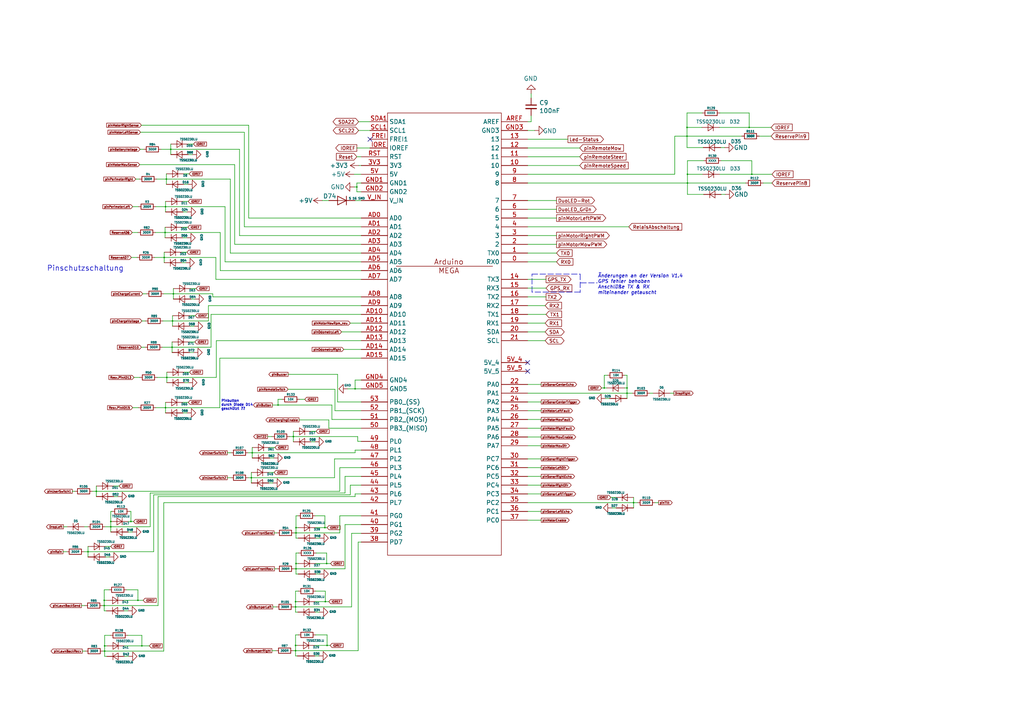
<source format=kicad_sch>
(kicad_sch (version 20201015) (generator eeschema)
  (page 1 33)
  (paper "A4")
  (title_block (title "Ardumower shield SVN Version") (date "2020-11-19") (rev "1.4") (company "ML AG JL UZ") (comment 1 "Unterspannungsschutz von AlexanderG"))
  (junction (at 25.527 160.02) (diameter 0.3048))
  (junction (at 27.94 142.494) (diameter 0.3048))
  (junction (at 30.226 174.117) (diameter 0.3048))
  (junction (at 30.226 175.641) (diameter 0.3048))
  (junction (at 30.353 187.325) (diameter 0.3048))
  (junction (at 30.353 188.849) (diameter 0.3048))
  (junction (at 32.131 151.257) (diameter 0.3048))
  (junction (at 32.131 152.781) (diameter 0.3048))
  (junction (at 37.973 151.257) (diameter 0.3048))
  (junction (at 40.005 174.117) (diameter 0.3048))
  (junction (at 41.148 187.325) (diameter 0.3048))
  (junction (at 47.625 74.676) (diameter 0.3048))
  (junction (at 47.879 67.437) (diameter 0.3048))
  (junction (at 48.006 59.944) (diameter 0.3048))
  (junction (at 48.006 118.237) (diameter 0.3048))
  (junction (at 48.26 51.943) (diameter 0.3048))
  (junction (at 48.387 109.474) (diameter 0.3048))
  (junction (at 49.53 43.307) (diameter 0.3048))
  (junction (at 49.911 100.711) (diameter 0.3048))
  (junction (at 50.038 93.091) (diameter 0.3048))
  (junction (at 50.292 85.217) (diameter 0.3048))
  (junction (at 72.898 138.557) (diameter 0.3048))
  (junction (at 73.152 131.318) (diameter 0.3048))
  (junction (at 80.645 117.475) (diameter 0.3048))
  (junction (at 85.09 126.619) (diameter 0.3048))
  (junction (at 85.725 174.498) (diameter 0.3048))
  (junction (at 85.725 176.022) (diameter 0.3048))
  (junction (at 85.725 187.198) (diameter 0.3048))
  (junction (at 85.725 188.722) (diameter 0.3048))
  (junction (at 85.852 153.035) (diameter 0.3048))
  (junction (at 85.852 154.559) (diameter 0.3048))
  (junction (at 85.852 163.449) (diameter 0.3048))
  (junction (at 85.852 164.973) (diameter 0.3048))
  (junction (at 94.234 153.035) (diameter 0.3048))
  (junction (at 94.361 174.498) (diameter 0.3048))
  (junction (at 94.742 163.449) (diameter 0.3048))
  (junction (at 94.869 187.198) (diameter 0.3048))
  (junction (at 102.997 112.776) (diameter 0.3048))
  (junction (at 103.505 54.229) (diameter 0.3048))
  (junction (at 175.26 112.522) (diameter 0.3048))
  (junction (at 181.864 112.522) (diameter 0.3048))
  (junction (at 181.864 114.046) (diameter 0.3048))
  (junction (at 183.769 145.796) (diameter 0.3048))
  (junction (at 199.263 36.957) (diameter 0.3048))
  (junction (at 199.263 39.497) (diameter 0.3048))
  (junction (at 199.39 50.546) (diameter 0.3048))
  (junction (at 199.39 53.086) (diameter 0.3048))
  (junction (at 217.297 36.957) (diameter 0.3048))
  (junction (at 218.059 50.546) (diameter 0.3048))
  (no_connect (at 153.035 107.696))
  (no_connect (at 107.315 40.386))
  (no_connect (at 153.035 105.156))
  (wire (pts (xy 19.304 160.02) (xy 18.288 160.02)))
  (wire (pts (xy 19.431 152.781) (xy 18.415 152.781)))
  (wire (pts (xy 21.717 142.494) (xy 20.955 142.494)))
  (wire (pts (xy 24.384 160.02) (xy 25.527 160.02)))
  (wire (pts (xy 24.638 175.641) (xy 23.622 175.641)))
  (wire (pts (xy 24.765 188.849) (xy 23.876 188.849)))
  (wire (pts (xy 25.4 152.781) (xy 24.511 152.781)))
  (wire (pts (xy 25.527 158.496) (xy 25.527 160.02)))
  (wire (pts (xy 25.527 160.02) (xy 25.527 161.544)))
  (wire (pts (xy 25.527 160.02) (xy 44.577 160.02)))
  (wire (pts (xy 26.797 142.494) (xy 27.94 142.494)))
  (wire (pts (xy 27.94 140.97) (xy 27.94 142.494)))
  (wire (pts (xy 27.94 142.494) (xy 27.94 144.018)))
  (wire (pts (xy 27.94 142.494) (xy 98.552 142.494)))
  (wire (pts (xy 29.718 175.641) (xy 30.226 175.641)))
  (wire (pts (xy 29.845 188.849) (xy 30.353 188.849)))
  (wire (pts (xy 30.226 171.069) (xy 30.226 174.117)))
  (wire (pts (xy 30.226 171.069) (xy 31.623 171.069)))
  (wire (pts (xy 30.226 174.117) (xy 30.226 175.641)))
  (wire (pts (xy 30.226 174.117) (xy 30.861 174.117)))
  (wire (pts (xy 30.226 175.641) (xy 30.226 177.165)))
  (wire (pts (xy 30.226 175.641) (xy 45.847 175.641)))
  (wire (pts (xy 30.226 177.165) (xy 30.861 177.165)))
  (wire (pts (xy 30.353 184.277) (xy 30.353 187.325)))
  (wire (pts (xy 30.353 184.277) (xy 32.004 184.277)))
  (wire (pts (xy 30.353 187.325) (xy 30.353 188.849)))
  (wire (pts (xy 30.353 187.325) (xy 30.988 187.325)))
  (wire (pts (xy 30.353 188.849) (xy 30.353 190.373)))
  (wire (pts (xy 30.353 188.849) (xy 47.498 188.849)))
  (wire (pts (xy 30.353 190.373) (xy 30.988 190.373)))
  (wire (pts (xy 30.48 152.781) (xy 32.131 152.781)))
  (wire (pts (xy 30.607 158.496) (xy 32.131 158.496)))
  (wire (pts (xy 31.75 161.544) (xy 30.607 161.544)))
  (wire (pts (xy 32.131 148.336) (xy 32.131 151.257)))
  (wire (pts (xy 32.131 148.336) (xy 32.512 148.336)))
  (wire (pts (xy 32.131 151.257) (xy 32.131 152.781)))
  (wire (pts (xy 32.131 152.781) (xy 32.131 154.305)))
  (wire (pts (xy 32.131 152.781) (xy 43.561 152.781)))
  (wire (pts (xy 33.02 140.97) (xy 34.544 140.97)))
  (wire (pts (xy 34.163 144.018) (xy 33.02 144.018)))
  (wire (pts (xy 35.941 174.117) (xy 40.005 174.117)))
  (wire (pts (xy 36.068 187.325) (xy 41.148 187.325)))
  (wire (pts (xy 36.703 171.069) (xy 40.005 171.069)))
  (wire (pts (xy 37.084 177.165) (xy 35.941 177.165)))
  (wire (pts (xy 37.084 184.277) (xy 41.148 184.277)))
  (wire (pts (xy 37.211 151.257) (xy 37.973 151.257)))
  (wire (pts (xy 37.211 190.373) (xy 36.068 190.373)))
  (wire (pts (xy 37.973 148.336) (xy 37.592 148.336)))
  (wire (pts (xy 37.973 151.257) (xy 37.973 148.336)))
  (wire (pts (xy 37.973 151.257) (xy 38.735 151.257)))
  (wire (pts (xy 38.354 154.305) (xy 37.211 154.305)))
  (wire (pts (xy 39.37 51.943) (xy 40.386 51.943)))
  (wire (pts (xy 39.751 74.676) (xy 38.1 74.676)))
  (wire (pts (xy 40.005 67.437) (xy 38.354 67.437)))
  (wire (pts (xy 40.005 171.069) (xy 40.005 174.117)))
  (wire (pts (xy 40.005 174.117) (xy 41.529 174.117)))
  (wire (pts (xy 40.132 59.944) (xy 38.481 59.944)))
  (wire (pts (xy 40.132 118.237) (xy 38.481 118.237)))
  (wire (pts (xy 40.513 47.752) (xy 68.072 47.752)))
  (wire (pts (xy 40.513 109.474) (xy 38.862 109.474)))
  (wire (pts (xy 40.64 43.307) (xy 41.656 43.307)))
  (wire (pts (xy 40.767 38.354) (xy 70.866 38.354)))
  (wire (pts (xy 41.021 36.322) (xy 72.136 36.322)))
  (wire (pts (xy 41.021 100.711) (xy 42.037 100.711)))
  (wire (pts (xy 41.148 93.091) (xy 42.164 93.091)))
  (wire (pts (xy 41.148 184.277) (xy 41.148 187.325)))
  (wire (pts (xy 41.148 187.325) (xy 43.307 187.325)))
  (wire (pts (xy 41.402 85.217) (xy 42.418 85.217)))
  (wire (pts (xy 43.561 143.002) (xy 43.561 152.781)))
  (wire (pts (xy 44.577 143.51) (xy 101.6 143.51)))
  (wire (pts (xy 44.577 160.02) (xy 44.577 143.51)))
  (wire (pts (xy 44.831 74.676) (xy 47.625 74.676)))
  (wire (pts (xy 45.085 67.437) (xy 47.879 67.437)))
  (wire (pts (xy 45.212 118.237) (xy 48.006 118.237)))
  (wire (pts (xy 45.466 51.943) (xy 48.26 51.943)))
  (wire (pts (xy 45.593 109.474) (xy 48.387 109.474)))
  (wire (pts (xy 45.847 144.018) (xy 45.847 175.641)))
  (wire (pts (xy 46.736 43.307) (xy 49.53 43.307)))
  (wire (pts (xy 47.117 100.711) (xy 49.911 100.711)))
  (wire (pts (xy 47.244 93.091) (xy 50.038 93.091)))
  (wire (pts (xy 47.498 85.217) (xy 50.292 85.217)))
  (wire (pts (xy 47.498 145.796) (xy 47.498 188.849)))
  (wire (pts (xy 47.625 73.152) (xy 47.625 74.676)))
  (wire (pts (xy 47.625 74.676) (xy 47.625 76.2)))
  (wire (pts (xy 47.625 74.676) (xy 62.611 74.676)))
  (wire (pts (xy 47.879 65.913) (xy 47.879 67.437)))
  (wire (pts (xy 47.879 67.437) (xy 47.879 68.961)))
  (wire (pts (xy 47.879 67.437) (xy 63.881 67.437)))
  (wire (pts (xy 48.006 58.42) (xy 48.006 59.944)))
  (wire (pts (xy 48.006 59.944) (xy 45.212 59.944)))
  (wire (pts (xy 48.006 59.944) (xy 48.006 61.468)))
  (wire (pts (xy 48.006 116.713) (xy 48.006 118.237)))
  (wire (pts (xy 48.006 118.237) (xy 48.006 119.761)))
  (wire (pts (xy 48.006 118.237) (xy 63.754 118.237)))
  (wire (pts (xy 48.26 50.419) (xy 48.26 51.943)))
  (wire (pts (xy 48.26 51.943) (xy 48.26 53.467)))
  (wire (pts (xy 48.26 51.943) (xy 66.802 51.943)))
  (wire (pts (xy 48.387 107.95) (xy 48.387 109.474)))
  (wire (pts (xy 48.387 109.474) (xy 48.387 110.998)))
  (wire (pts (xy 48.387 109.474) (xy 62.738 109.474)))
  (wire (pts (xy 49.53 41.783) (xy 49.53 43.307)))
  (wire (pts (xy 49.53 43.307) (xy 49.53 44.831)))
  (wire (pts (xy 49.53 43.307) (xy 69.469 43.307)))
  (wire (pts (xy 49.911 99.187) (xy 49.911 100.711)))
  (wire (pts (xy 49.911 100.711) (xy 49.911 102.235)))
  (wire (pts (xy 49.911 100.711) (xy 61.214 100.711)))
  (wire (pts (xy 50.038 91.567) (xy 50.038 93.091)))
  (wire (pts (xy 50.038 93.091) (xy 50.038 94.615)))
  (wire (pts (xy 50.038 93.091) (xy 60.452 93.091)))
  (wire (pts (xy 50.292 83.693) (xy 50.292 85.217)))
  (wire (pts (xy 50.292 85.217) (xy 50.292 86.741)))
  (wire (pts (xy 50.292 85.217) (xy 61.722 85.217)))
  (wire (pts (xy 52.705 73.152) (xy 54.229 73.152)))
  (wire (pts (xy 52.959 65.913) (xy 54.483 65.913)))
  (wire (pts (xy 53.086 58.42) (xy 54.61 58.42)))
  (wire (pts (xy 53.086 116.713) (xy 54.61 116.713)))
  (wire (pts (xy 53.34 50.419) (xy 54.864 50.419)))
  (wire (pts (xy 53.467 107.95) (xy 54.991 107.95)))
  (wire (pts (xy 53.848 76.2) (xy 52.705 76.2)))
  (wire (pts (xy 54.102 68.961) (xy 52.959 68.961)))
  (wire (pts (xy 54.229 61.468) (xy 53.086 61.468)))
  (wire (pts (xy 54.229 119.761) (xy 53.086 119.761)))
  (wire (pts (xy 54.483 53.467) (xy 53.34 53.467)))
  (wire (pts (xy 54.61 41.783) (xy 56.134 41.783)))
  (wire (pts (xy 54.61 110.998) (xy 53.467 110.998)))
  (wire (pts (xy 54.991 99.187) (xy 56.515 99.187)))
  (wire (pts (xy 55.118 91.567) (xy 56.642 91.567)))
  (wire (pts (xy 55.372 83.693) (xy 56.896 83.693)))
  (wire (pts (xy 55.753 44.831) (xy 54.61 44.831)))
  (wire (pts (xy 56.134 102.235) (xy 54.991 102.235)))
  (wire (pts (xy 56.261 94.615) (xy 55.118 94.615)))
  (wire (pts (xy 56.515 86.741) (xy 55.372 86.741)))
  (wire (pts (xy 60.452 88.646) (xy 104.775 88.646)))
  (wire (pts (xy 60.452 93.091) (xy 60.452 88.646)))
  (wire (pts (xy 61.214 91.186) (xy 104.775 91.186)))
  (wire (pts (xy 61.214 100.711) (xy 61.214 91.186)))
  (wire (pts (xy 61.722 85.217) (xy 61.722 86.106)))
  (wire (pts (xy 61.722 86.106) (xy 104.775 86.106)))
  (wire (pts (xy 62.611 74.676) (xy 62.611 81.026)))
  (wire (pts (xy 62.611 81.026) (xy 104.775 81.026)))
  (wire (pts (xy 62.738 98.806) (xy 104.775 98.806)))
  (wire (pts (xy 62.738 109.474) (xy 62.738 98.806)))
  (wire (pts (xy 63.754 103.886) (xy 104.775 103.886)))
  (wire (pts (xy 63.754 118.237) (xy 63.754 103.886)))
  (wire (pts (xy 63.881 67.437) (xy 63.881 78.486)))
  (wire (pts (xy 63.881 78.486) (xy 104.775 78.486)))
  (wire (pts (xy 65.278 59.944) (xy 48.006 59.944)))
  (wire (pts (xy 65.278 75.946) (xy 65.278 59.944)))
  (wire (pts (xy 66.802 51.943) (xy 66.802 73.406)))
  (wire (pts (xy 66.802 73.406) (xy 104.775 73.406)))
  (wire (pts (xy 66.929 131.318) (xy 65.913 131.318)))
  (wire (pts (xy 66.929 138.557) (xy 65.913 138.557)))
  (wire (pts (xy 68.072 47.752) (xy 68.072 70.866)))
  (wire (pts (xy 68.072 70.866) (xy 104.775 70.866)))
  (wire (pts (xy 69.469 43.307) (xy 69.469 68.326)))
  (wire (pts (xy 69.469 68.326) (xy 104.775 68.326)))
  (wire (pts (xy 70.866 38.354) (xy 70.866 65.786)))
  (wire (pts (xy 70.866 65.786) (xy 104.775 65.786)))
  (wire (pts (xy 72.009 131.318) (xy 73.152 131.318)))
  (wire (pts (xy 72.009 138.557) (xy 72.898 138.557)))
  (wire (pts (xy 72.136 36.322) (xy 72.136 63.246)))
  (wire (pts (xy 72.136 63.246) (xy 104.775 63.246)))
  (wire (pts (xy 72.898 137.033) (xy 72.898 138.557)))
  (wire (pts (xy 72.898 138.557) (xy 72.898 140.081)))
  (wire (pts (xy 72.898 138.557) (xy 97.028 138.557)))
  (wire (pts (xy 73.152 129.794) (xy 73.152 131.318)))
  (wire (pts (xy 73.152 131.318) (xy 73.152 132.842)))
  (wire (pts (xy 73.152 131.318) (xy 102.997 131.318)))
  (wire (pts (xy 77.978 137.033) (xy 79.502 137.033)))
  (wire (pts (xy 78.232 129.794) (xy 79.756 129.794)))
  (wire (pts (xy 78.867 126.619) (xy 77.597 126.619)))
  (wire (pts (xy 78.994 117.475) (xy 80.645 117.475)))
  (wire (pts (xy 79.121 140.081) (xy 77.978 140.081)))
  (wire (pts (xy 79.375 132.842) (xy 78.232 132.842)))
  (wire (pts (xy 80.01 188.722) (xy 78.867 188.722)))
  (wire (pts (xy 80.137 176.022) (xy 79.121 176.022)))
  (wire (pts (xy 80.264 154.559) (xy 79.502 154.559)))
  (wire (pts (xy 80.264 164.973) (xy 79.629 164.973)))
  (wire (pts (xy 80.645 115.824) (xy 80.645 117.475)))
  (wire (pts (xy 80.645 117.475) (xy 96.266 117.475)))
  (wire (pts (xy 81.788 115.824) (xy 80.645 115.824)))
  (wire (pts (xy 83.566 108.585) (xy 97.917 108.585)))
  (wire (pts (xy 83.566 112.903) (xy 97.155 112.903)))
  (wire (pts (xy 83.947 126.619) (xy 85.09 126.619)))
  (wire (pts (xy 85.09 125.095) (xy 85.09 126.619)))
  (wire (pts (xy 85.09 126.619) (xy 85.09 128.143)))
  (wire (pts (xy 85.09 126.619) (xy 103.759 126.619)))
  (wire (pts (xy 85.09 188.722) (xy 85.725 188.722)))
  (wire (pts (xy 85.217 176.022) (xy 85.725 176.022)))
  (wire (pts (xy 85.344 154.559) (xy 85.852 154.559)))
  (wire (pts (xy 85.344 164.973) (xy 85.852 164.973)))
  (wire (pts (xy 85.725 171.45) (xy 85.725 174.498)))
  (wire (pts (xy 85.725 171.45) (xy 86.487 171.45)))
  (wire (pts (xy 85.725 174.498) (xy 85.725 176.022)))
  (wire (pts (xy 85.725 174.498) (xy 86.36 174.498)))
  (wire (pts (xy 85.725 176.022) (xy 85.725 177.546)))
  (wire (pts (xy 85.725 176.022) (xy 101.981 176.022)))
  (wire (pts (xy 85.725 177.546) (xy 86.36 177.546)))
  (wire (pts (xy 85.725 184.15) (xy 85.725 187.198)))
  (wire (pts (xy 85.725 184.15) (xy 86.487 184.15)))
  (wire (pts (xy 85.725 187.198) (xy 85.725 188.722)))
  (wire (pts (xy 85.725 187.198) (xy 86.233 187.198)))
  (wire (pts (xy 85.725 188.722) (xy 85.725 190.246)))
  (wire (pts (xy 85.725 188.722) (xy 103.886 188.722)))
  (wire (pts (xy 85.725 190.246) (xy 86.233 190.246)))
  (wire (pts (xy 85.852 149.606) (xy 85.852 153.035)))
  (wire (pts (xy 85.852 149.606) (xy 86.36 149.606)))
  (wire (pts (xy 85.852 153.035) (xy 85.852 154.559)))
  (wire (pts (xy 85.852 153.035) (xy 86.487 153.035)))
  (wire (pts (xy 85.852 154.559) (xy 85.852 156.083)))
  (wire (pts (xy 85.852 154.559) (xy 98.552 154.559)))
  (wire (pts (xy 85.852 156.083) (xy 86.487 156.083)))
  (wire (pts (xy 85.852 160.401) (xy 85.852 163.449)))
  (wire (pts (xy 85.852 160.401) (xy 86.614 160.401)))
  (wire (pts (xy 85.852 163.449) (xy 85.852 164.973)))
  (wire (pts (xy 85.852 163.449) (xy 86.487 163.449)))
  (wire (pts (xy 85.852 164.973) (xy 85.852 166.497)))
  (wire (pts (xy 85.852 164.973) (xy 100.076 164.973)))
  (wire (pts (xy 85.852 166.497) (xy 86.487 166.497)))
  (wire (pts (xy 86.741 121.793) (xy 95.377 121.793)))
  (wire (pts (xy 86.868 115.824) (xy 88.392 115.824)))
  (wire (pts (xy 90.17 125.095) (xy 91.694 125.095)))
  (wire (pts (xy 91.313 128.143) (xy 90.17 128.143)))
  (wire (pts (xy 91.313 187.198) (xy 94.869 187.198)))
  (wire (pts (xy 91.44 149.606) (xy 94.234 149.606)))
  (wire (pts (xy 91.44 174.498) (xy 94.361 174.498)))
  (wire (pts (xy 91.567 153.035) (xy 94.234 153.035)))
  (wire (pts (xy 91.567 163.449) (xy 94.742 163.449)))
  (wire (pts (xy 91.567 171.45) (xy 94.361 171.45)))
  (wire (pts (xy 91.567 184.15) (xy 94.869 184.15)))
  (wire (pts (xy 91.694 160.401) (xy 94.742 160.401)))
  (wire (pts (xy 92.456 190.246) (xy 91.313 190.246)))
  (wire (pts (xy 92.583 177.546) (xy 91.44 177.546)))
  (wire (pts (xy 92.71 156.083) (xy 91.567 156.083)))
  (wire (pts (xy 92.71 166.497) (xy 91.567 166.497)))
  (wire (pts (xy 94.234 149.606) (xy 94.234 153.035)))
  (wire (pts (xy 94.234 153.035) (xy 94.869 153.035)))
  (wire (pts (xy 94.361 171.45) (xy 94.361 174.498)))
  (wire (pts (xy 94.361 174.498) (xy 95.377 174.498)))
  (wire (pts (xy 94.742 160.401) (xy 94.742 163.449)))
  (wire (pts (xy 94.742 163.449) (xy 95.885 163.449)))
  (wire (pts (xy 94.869 184.15) (xy 94.869 187.198)))
  (wire (pts (xy 94.869 187.198) (xy 95.758 187.198)))
  (wire (pts (xy 95.377 58.166) (xy 93.472 58.166)))
  (wire (pts (xy 95.377 121.793) (xy 95.377 124.206)))
  (wire (pts (xy 95.377 124.206) (xy 104.775 124.206)))
  (wire (pts (xy 96.266 117.475) (xy 96.266 121.666)))
  (wire (pts (xy 96.266 121.666) (xy 104.775 121.666)))
  (wire (pts (xy 97.028 133.096) (xy 104.775 133.096)))
  (wire (pts (xy 97.028 138.557) (xy 97.028 133.096)))
  (wire (pts (xy 97.155 112.903) (xy 97.155 119.126)))
  (wire (pts (xy 97.155 119.126) (xy 104.775 119.126)))
  (wire (pts (xy 97.917 108.585) (xy 97.917 116.586)))
  (wire (pts (xy 97.917 116.586) (xy 104.775 116.586)))
  (wire (pts (xy 98.552 135.636) (xy 104.775 135.636)))
  (wire (pts (xy 98.552 142.494) (xy 98.552 135.636)))
  (wire (pts (xy 98.552 149.606) (xy 104.775 149.606)))
  (wire (pts (xy 98.552 154.559) (xy 98.552 149.606)))
  (wire (pts (xy 99.06 96.266) (xy 104.775 96.266)))
  (wire (pts (xy 99.695 101.346) (xy 104.775 101.346)))
  (wire (pts (xy 100.076 138.176) (xy 100.076 143.002)))
  (wire (pts (xy 100.076 138.176) (xy 104.775 138.176)))
  (wire (pts (xy 100.076 143.002) (xy 43.561 143.002)))
  (wire (pts (xy 100.076 152.146) (xy 104.775 152.146)))
  (wire (pts (xy 100.076 164.973) (xy 100.076 152.146)))
  (wire (pts (xy 100.838 112.776) (xy 102.997 112.776)))
  (wire (pts (xy 101.6 93.726) (xy 104.775 93.726)))
  (wire (pts (xy 101.6 140.716) (xy 104.775 140.716)))
  (wire (pts (xy 101.6 143.51) (xy 101.6 140.716)))
  (wire (pts (xy 101.981 154.686) (xy 104.775 154.686)))
  (wire (pts (xy 101.981 176.022) (xy 101.981 154.686)))
  (wire (pts (xy 102.743 50.546) (xy 104.775 50.546)))
  (wire (pts (xy 102.743 54.229) (xy 103.505 54.229)))
  (wire (pts (xy 102.997 58.166) (xy 104.775 58.166)))
  (wire (pts (xy 102.997 110.236) (xy 104.775 110.236)))
  (wire (pts (xy 102.997 112.776) (xy 102.997 110.236)))
  (wire (pts (xy 102.997 112.776) (xy 104.775 112.776)))
  (wire (pts (xy 102.997 130.556) (xy 104.775 130.556)))
  (wire (pts (xy 102.997 131.318) (xy 102.997 130.556)))
  (wire (pts (xy 102.997 143.256) (xy 102.997 144.018)))
  (wire (pts (xy 102.997 143.256) (xy 104.775 143.256)))
  (wire (pts (xy 102.997 144.018) (xy 45.847 144.018)))
  (wire (pts (xy 103.505 45.466) (xy 104.775 45.466)))
  (wire (pts (xy 103.505 53.086) (xy 103.505 54.229)))
  (wire (pts (xy 103.505 53.086) (xy 104.775 53.086)))
  (wire (pts (xy 103.505 54.229) (xy 103.505 55.626)))
  (wire (pts (xy 103.505 55.626) (xy 104.775 55.626)))
  (wire (pts (xy 103.759 126.619) (xy 103.759 128.016)))
  (wire (pts (xy 103.759 128.016) (xy 104.775 128.016)))
  (wire (pts (xy 103.886 157.226) (xy 104.775 157.226)))
  (wire (pts (xy 103.886 188.722) (xy 103.886 157.226)))
  (wire (pts (xy 104.14 48.006) (xy 104.775 48.006)))
  (wire (pts (xy 104.775 75.946) (xy 65.278 75.946)))
  (wire (pts (xy 104.775 145.796) (xy 47.498 145.796)))
  (wire (pts (xy 107.315 35.306) (xy 104.013 35.306)))
  (wire (pts (xy 107.315 37.846) (xy 104.013 37.846)))
  (wire (pts (xy 107.315 42.926) (xy 103.505 42.926)))
  (wire (pts (xy 153.035 37.846) (xy 155.067 37.846)))
  (wire (pts (xy 153.035 42.926) (xy 168.148 42.926)))
  (wire (pts (xy 153.035 45.466) (xy 168.148 45.466)))
  (wire (pts (xy 153.035 53.086) (xy 199.39 53.086)))
  (wire (pts (xy 153.035 65.786) (xy 182.372 65.786)))
  (wire (pts (xy 153.035 70.866) (xy 161.417 70.866)))
  (wire (pts (xy 153.035 73.406) (xy 161.417 73.406)))
  (wire (pts (xy 153.035 83.566) (xy 158.369 83.566)))
  (wire (pts (xy 153.035 86.106) (xy 158.369 86.106)))
  (wire (pts (xy 153.035 88.646) (xy 158.115 88.646)))
  (wire (pts (xy 153.035 91.186) (xy 158.369 91.186)))
  (wire (pts (xy 153.035 93.726) (xy 158.115 93.726)))
  (wire (pts (xy 153.035 96.266) (xy 158.115 96.266)))
  (wire (pts (xy 153.035 98.806) (xy 158.115 98.806)))
  (wire (pts (xy 153.035 111.506) (xy 156.972 111.506)))
  (wire (pts (xy 153.035 114.046) (xy 181.864 114.046)))
  (wire (pts (xy 153.035 116.586) (xy 156.972 116.586)))
  (wire (pts (xy 153.035 119.126) (xy 156.972 119.126)))
  (wire (pts (xy 153.035 121.666) (xy 156.972 121.666)))
  (wire (pts (xy 153.035 124.206) (xy 156.972 124.206)))
  (wire (pts (xy 153.035 126.746) (xy 156.972 126.746)))
  (wire (pts (xy 153.035 129.286) (xy 156.972 129.286)))
  (wire (pts (xy 153.035 133.096) (xy 156.972 133.096)))
  (wire (pts (xy 153.035 135.636) (xy 156.972 135.636)))
  (wire (pts (xy 153.035 138.176) (xy 156.972 138.176)))
  (wire (pts (xy 153.035 140.716) (xy 156.972 140.716)))
  (wire (pts (xy 153.035 143.256) (xy 156.972 143.256)))
  (wire (pts (xy 153.035 145.796) (xy 183.769 145.796)))
  (wire (pts (xy 153.035 148.336) (xy 156.972 148.336)))
  (wire (pts (xy 153.035 150.876) (xy 156.972 150.876)))
  (wire (pts (xy 154.051 28.448) (xy 154.051 27.178)))
  (wire (pts (xy 154.051 33.528) (xy 154.051 35.306)))
  (wire (pts (xy 154.051 35.306) (xy 153.035 35.306)))
  (wire (pts (xy 158.369 81.026) (xy 153.035 81.026)))
  (wire (pts (xy 161.417 58.166) (xy 153.035 58.166)))
  (wire (pts (xy 161.417 60.706) (xy 153.035 60.706)))
  (wire (pts (xy 161.417 63.246) (xy 153.035 63.246)))
  (wire (pts (xy 161.417 68.326) (xy 153.035 68.326)))
  (wire (pts (xy 161.417 75.946) (xy 153.035 75.946)))
  (wire (pts (xy 164.719 40.386) (xy 153.035 40.386)))
  (wire (pts (xy 168.148 48.006) (xy 153.035 48.006)))
  (wire (pts (xy 174.498 112.522) (xy 175.26 112.522)))
  (wire (pts (xy 175.26 108.839) (xy 175.26 112.522)))
  (wire (pts (xy 175.26 112.522) (xy 176.022 112.522)))
  (wire (pts (xy 175.641 115.57) (xy 176.784 115.57)))
  (wire (pts (xy 176.149 108.839) (xy 175.26 108.839)))
  (wire (pts (xy 177.546 147.32) (xy 178.689 147.32)))
  (wire (pts (xy 178.689 144.272) (xy 177.165 144.272)))
  (wire (pts (xy 181.864 108.839) (xy 181.229 108.839)))
  (wire (pts (xy 181.864 108.839) (xy 181.864 112.522)))
  (wire (pts (xy 181.864 112.522) (xy 181.102 112.522)))
  (wire (pts (xy 181.864 112.522) (xy 181.864 114.046)))
  (wire (pts (xy 181.864 114.046) (xy 181.864 115.57)))
  (wire (pts (xy 181.864 114.046) (xy 183.388 114.046)))
  (wire (pts (xy 183.769 144.272) (xy 183.769 145.796)))
  (wire (pts (xy 183.769 145.796) (xy 183.769 147.32)))
  (wire (pts (xy 183.769 145.796) (xy 184.912 145.796)))
  (wire (pts (xy 188.468 114.046) (xy 189.357 114.046)))
  (wire (pts (xy 189.992 145.796) (xy 191.008 145.796)))
  (wire (pts (xy 194.437 114.046) (xy 195.453 114.046)))
  (wire (pts (xy 195.707 39.497) (xy 195.707 50.546)))
  (wire (pts (xy 195.707 39.497) (xy 199.263 39.497)))
  (wire (pts (xy 195.707 50.546) (xy 153.035 50.546)))
  (wire (pts (xy 199.263 32.766) (xy 199.263 36.957)))
  (wire (pts (xy 199.263 32.766) (xy 203.708 32.766)))
  (wire (pts (xy 199.263 36.957) (xy 199.263 39.497)))
  (wire (pts (xy 199.263 36.957) (xy 203.581 36.957)))
  (wire (pts (xy 199.263 39.497) (xy 199.263 42.799)))
  (wire (pts (xy 199.263 39.497) (xy 215.138 39.497)))
  (wire (pts (xy 199.263 42.799) (xy 203.962 42.799)))
  (wire (pts (xy 199.39 46.609) (xy 199.39 50.546)))
  (wire (pts (xy 199.39 50.546) (xy 199.39 53.086)))
  (wire (pts (xy 199.39 50.546) (xy 203.708 50.546)))
  (wire (pts (xy 199.39 53.086) (xy 199.39 56.388)))
  (wire (pts (xy 199.39 53.086) (xy 216.281 53.086)))
  (wire (pts (xy 199.39 56.388) (xy 204.089 56.388)))
  (wire (pts (xy 204.089 46.609) (xy 199.39 46.609)))
  (wire (pts (xy 208.661 36.957) (xy 217.297 36.957)))
  (wire (pts (xy 208.788 32.766) (xy 217.297 32.766)))
  (wire (pts (xy 208.788 50.546) (xy 218.059 50.546)))
  (wire (pts (xy 209.169 46.609) (xy 218.059 46.609)))
  (wire (pts (xy 210.185 42.799) (xy 209.042 42.799)))
  (wire (pts (xy 210.312 56.388) (xy 209.169 56.388)))
  (wire (pts (xy 217.297 32.766) (xy 217.297 36.957)))
  (wire (pts (xy 217.297 36.957) (xy 223.647 36.957)))
  (wire (pts (xy 218.059 46.609) (xy 218.059 50.546)))
  (wire (pts (xy 218.059 50.546) (xy 223.901 50.546)))
  (wire (pts (xy 220.218 39.497) (xy 223.647 39.497)))
  (wire (pts (xy 221.361 53.086) (xy 223.901 53.086)))
  (polyline (pts (xy 154.305 79.502) (xy 168.275 79.502)) (stroke (width 0) (type dash)))
  (polyline (pts (xy 154.305 84.709) (xy 154.305 79.502)) (stroke (width 0) (type dash)))
  (polyline (pts (xy 168.275 79.502) (xy 168.275 84.836)) (stroke (width 0) (type dash)))
  (polyline (pts (xy 168.275 84.709) (xy 154.305 84.709)) (stroke (width 0) (type dash)))
  (polyline (pts (xy 168.402 82.042) (xy 173.228 82.042)) (stroke (width 0) (type dash)))
  (image (at -41.148 75.311))
  (text "Pinschutzschaltung" (at 13.589 78.867 0) (effects (font (size 1.524 1.524)) (justify left bottom)))
  (text "Pinbutton\ndurch Diode D14\ngeschützt ??" (at 64.135 119.126 0) (effects (font (size 0.7112 0.7112)) (justify left bottom)))
  (text "Änderungen an der Version V1.4\nGPS fehler behoben\nAnschlüße TX & RX\nmiteinander getauscht" (at 173.355 85.598 0) (effects (font (size 1 1) italic) (justify left bottom)))
  (text "[21:03:44] Jürgen Lange: zu d143 dropright parallel einen 4k7 widerstand bei left genauso\n[21:05:27] Kurzschuss - Uwe: Ich verstehe nicht so ganz warum die Diode D6 lässt doch nur GND von außen zu oder habe ich da ein Denkfehler\n[21:05:45] Kurzschuss - Uwe: damit müsste der Pin doch geschützt sein oder?\n[21:07:55] Jürgen Lange: genau das ist das problem die diode lässt nur gnd durch aber min0,3v höher als gnd selbst das finde ich nicht so gut \naber wenn du di drinhast geht das noch wenn der sensor aber nicht geschaltet hat hängt der port in der luft nur die internen pullups wirken \ndie nimmt man aber normal nicht wenn es nicht zwingend sein muss\n[21:08:41] Jürgen Lange: der dropsensor hat intern auch eine nicht ganz klare pullup Schaltung damit da nichts schief geht sichern\n[21:09:16] Kurzschuss - Uwe: gut also d6 lassen und r103 auch\n[21:09:52] Jürgen Lange: mach d6 noch vor r103 dann hast du es perfekt\n[21:10:13] Kurzschuss - Uwe: okay\n[21:10:32] Jürgen Lange: und den pullup parallel zu d143 nicht vergessen 4k7\n[21:10:38] Kurzschuss - Uwe: ja" (at 326.644 46.736 0) (effects (font (size 0.6096 0.6096)) (justify left bottom)))
  (text "also im grunde ist es bei der schaltung völlig pups...... \nes ist genau das gleiche problem wie mit dem LsF010x \nnicht der shifter ist das problem sondern das was dahinter kommt.\n Fraaage...... was macht ein pin wenn es als ausgang programmiert ist\nund wird aktiv mit einem andern ausgang verbunden? \nRichtiiiig es macht puff und so ist das auch mit dem shifter \ndu kannst dir aber die regel merken der gate widerstand zeigt zum MPU pin" (at 326.644 77.216 0) (effects (font (size 2.0066 2.0066)) (justify left bottom)))
  (text "achso um mein geschreibsel für den level shifter \nnoch mal zu verdeutlichen die low-side darf immer kleiner \noder gleichgroß der high-side sein \naber niemals größer als die high-side \nich hoffe das ist jetzt etwas verständlicher" (at 327.66 106.172 0) (effects (font (size 2.0066 2.0066)) (justify left bottom)))
  (global_label "pinRain" (shape output) (at 18.288 160.02 180) (property "Intersheet References" "${INTERSHEET_REFS}" (effects hide)) (effects (font (size 0.6096 0.6096))))
  (global_label "DropLeft" (shape output) (at 18.415 152.781 180) (property "Intersheet References" "${INTERSHEET_REFS}" (effects hide)) (effects (font (size 0.6096 0.6096))))
  (global_label "pinUserSwitch1" (shape output) (at 20.955 142.494 180) (property "Intersheet References" "${INTERSHEET_REFS}" (effects hide)) (effects (font (size 0.6096 0.6096))))
  (global_label "pinLawnBackSend" (shape output) (at 23.622 175.641 180) (property "Intersheet References" "${INTERSHEET_REFS}" (effects hide)) (effects (font (size 0.6096 0.6096))))
  (global_label "pinLawnBackRecv" (shape output) (at 23.876 188.849 180) (property "Intersheet References" "${INTERSHEET_REFS}" (effects hide)) (effects (font (size 0.6096 0.6096))))
  (global_label "IOREF" (shape input) (at 32.131 158.496 0) (property "Intersheet References" "${INTERSHEET_REFS}" (effects hide)) (effects (font (size 0.6096 0.6096))))
  (global_label "IOREF" (shape input) (at 34.544 140.97 0) (property "Intersheet References" "${INTERSHEET_REFS}" (effects hide)) (effects (font (size 0.6096 0.6096))))
  (global_label "ReserveAD7" (shape input) (at 38.1 74.676 180) (property "Intersheet References" "${INTERSHEET_REFS}" (effects hide)) (effects (font (size 0.6096 0.6096))))
  (global_label "ReserveAD6" (shape input) (at 38.354 67.437 180) (property "Intersheet References" "${INTERSHEET_REFS}" (effects hide)) (effects (font (size 0.6096 0.6096))))
  (global_label "pinPerimeterLeft" (shape input) (at 38.481 59.944 180) (property "Intersheet References" "${INTERSHEET_REFS}" (effects hide)) (effects (font (size 0.6096 0.6096))))
  (global_label "Resv.PinAD15" (shape input) (at 38.481 118.237 180) (property "Intersheet References" "${INTERSHEET_REFS}" (effects hide)) (effects (font (size 0.6096 0.6096))))
  (global_label "IOREF" (shape input) (at 38.735 151.257 0) (property "Intersheet References" "${INTERSHEET_REFS}" (effects hide)) (effects (font (size 0.6096 0.6096))))
  (global_label "Resv.PinAD13" (shape input) (at 38.862 109.474 180) (property "Intersheet References" "${INTERSHEET_REFS}" (effects hide)) (effects (font (size 0.6096 0.6096))))
  (global_label "pinPerimeterRight" (shape input) (at 39.37 51.943 180) (property "Intersheet References" "${INTERSHEET_REFS}" (effects hide)) (effects (font (size 0.6096 0.6096))))
  (global_label "pinMotorMowSense" (shape input) (at 40.513 47.752 180) (property "Intersheet References" "${INTERSHEET_REFS}" (effects hide)) (effects (font (size 0.6096 0.6096))))
  (global_label "pinBatteryVoltage" (shape input) (at 40.64 43.307 180) (property "Intersheet References" "${INTERSHEET_REFS}" (effects hide)) (effects (font (size 0.6096 0.6096))))
  (global_label "pinMotorLeftSense" (shape input) (at 40.767 38.354 180) (property "Intersheet References" "${INTERSHEET_REFS}" (effects hide)) (effects (font (size 0.6096 0.6096))))
  (global_label "pinMotorRightSense" (shape input) (at 41.021 36.322 180) (property "Intersheet References" "${INTERSHEET_REFS}" (effects hide)) (effects (font (size 0.6096 0.6096))))
  (global_label "ReserveAD10" (shape input) (at 41.021 100.711 180) (property "Intersheet References" "${INTERSHEET_REFS}" (effects hide)) (effects (font (size 0.6096 0.6096))))
  (global_label "pinChargeVoltage" (shape input) (at 41.148 93.091 180) (property "Intersheet References" "${INTERSHEET_REFS}" (effects hide)) (effects (font (size 0.6096 0.6096))))
  (global_label "pinChargeCurrent" (shape input) (at 41.402 85.217 180) (property "Intersheet References" "${INTERSHEET_REFS}" (effects hide)) (effects (font (size 0.6096 0.6096))))
  (global_label "IOREF" (shape input) (at 41.529 174.117 0) (property "Intersheet References" "${INTERSHEET_REFS}" (effects hide)) (effects (font (size 0.6096 0.6096))))
  (global_label "IOREF" (shape input) (at 43.307 187.325 0) (property "Intersheet References" "${INTERSHEET_REFS}" (effects hide)) (effects (font (size 0.6096 0.6096))))
  (global_label "IOREF" (shape input) (at 54.229 73.152 0) (property "Intersheet References" "${INTERSHEET_REFS}" (effects hide)) (effects (font (size 0.6096 0.6096))))
  (global_label "IOREF" (shape input) (at 54.483 65.913 0) (property "Intersheet References" "${INTERSHEET_REFS}" (effects hide)) (effects (font (size 0.6096 0.6096))))
  (global_label "IOREF" (shape input) (at 54.61 58.42 0) (property "Intersheet References" "${INTERSHEET_REFS}" (effects hide)) (effects (font (size 0.6096 0.6096))))
  (global_label "IOREF" (shape input) (at 54.61 116.713 0) (property "Intersheet References" "${INTERSHEET_REFS}" (effects hide)) (effects (font (size 0.6096 0.6096))))
  (global_label "IOREF" (shape input) (at 54.864 50.419 0) (property "Intersheet References" "${INTERSHEET_REFS}" (effects hide)) (effects (font (size 0.6096 0.6096))))
  (global_label "IOREF" (shape input) (at 54.991 107.95 0) (property "Intersheet References" "${INTERSHEET_REFS}" (effects hide)) (effects (font (size 0.6096 0.6096))))
  (global_label "IOREF" (shape input) (at 56.134 41.783 0) (property "Intersheet References" "${INTERSHEET_REFS}" (effects hide)) (effects (font (size 0.6096 0.6096))))
  (global_label "IOREF" (shape input) (at 56.515 99.187 0) (property "Intersheet References" "${INTERSHEET_REFS}" (effects hide)) (effects (font (size 0.6096 0.6096))))
  (global_label "IOREF" (shape input) (at 56.642 91.567 0) (property "Intersheet References" "${INTERSHEET_REFS}" (effects hide)) (effects (font (size 0.6096 0.6096))))
  (global_label "IOREF" (shape input) (at 56.896 83.693 0) (property "Intersheet References" "${INTERSHEET_REFS}" (effects hide)) (effects (font (size 0.6096 0.6096))))
  (global_label "pinUserSwitch3" (shape output) (at 65.913 131.318 180) (property "Intersheet References" "${INTERSHEET_REFS}" (effects hide)) (effects (font (size 0.6096 0.6096))))
  (global_label "pinUserSwitch2" (shape output) (at 65.913 138.557 180) (property "Intersheet References" "${INTERSHEET_REFS}" (effects hide)) (effects (font (size 0.6096 0.6096))))
  (global_label "DHT22" (shape output) (at 77.597 126.619 180) (property "Intersheet References" "${INTERSHEET_REFS}" (effects hide)) (effects (font (size 0.6096 0.6096))))
  (global_label "pinBumperRight" (shape output) (at 78.867 188.722 180) (property "Intersheet References" "${INTERSHEET_REFS}" (effects hide)) (effects (font (size 0.6096 0.6096))))
  (global_label "pinButton" (shape output) (at 78.994 117.475 180) (property "Intersheet References" "${INTERSHEET_REFS}" (effects hide)) (effects (font (size 0.6096 0.6096))))
  (global_label "pinBumperLeft" (shape output) (at 79.121 176.022 180) (property "Intersheet References" "${INTERSHEET_REFS}" (effects hide)) (effects (font (size 0.6096 0.6096))))
  (global_label "IOREF" (shape input) (at 79.502 137.033 0) (property "Intersheet References" "${INTERSHEET_REFS}" (effects hide)) (effects (font (size 0.6096 0.6096))))
  (global_label "pinLawnFrontSend" (shape output) (at 79.502 154.559 180) (property "Intersheet References" "${INTERSHEET_REFS}" (effects hide)) (effects (font (size 0.6096 0.6096))))
  (global_label "pinLawnFrontRecv" (shape output) (at 79.629 164.973 180) (property "Intersheet References" "${INTERSHEET_REFS}" (effects hide)) (effects (font (size 0.6096 0.6096))))
  (global_label "IOREF" (shape input) (at 79.756 129.794 0) (property "Intersheet References" "${INTERSHEET_REFS}" (effects hide)) (effects (font (size 0.6096 0.6096))))
  (global_label "pinBuzzer" (shape output) (at 83.566 108.585 180) (property "Intersheet References" "${INTERSHEET_REFS}" (effects hide)) (effects (font (size 0.6096 0.6096))))
  (global_label "pinRemoteSwitch" (shape input) (at 83.566 112.903 180) (property "Intersheet References" "${INTERSHEET_REFS}" (effects hide)) (effects (font (size 0.6096 0.6096))))
  (global_label "pinChargingEnable" (shape output) (at 86.741 121.793 180) (property "Intersheet References" "${INTERSHEET_REFS}" (effects hide)) (effects (font (size 0.6096 0.6096))))
  (global_label "IOREF" (shape input) (at 88.392 115.824 0) (property "Intersheet References" "${INTERSHEET_REFS}" (effects hide)) (effects (font (size 0.6096 0.6096))))
  (global_label "IOREF" (shape input) (at 91.694 125.095 0) (property "Intersheet References" "${INTERSHEET_REFS}" (effects hide)) (effects (font (size 0.6096 0.6096))))
  (global_label "IOREF" (shape input) (at 94.869 153.035 0) (property "Intersheet References" "${INTERSHEET_REFS}" (effects hide)) (effects (font (size 0.6096 0.6096))))
  (global_label "IOREF" (shape input) (at 95.377 174.498 0) (property "Intersheet References" "${INTERSHEET_REFS}" (effects hide)) (effects (font (size 0.6096 0.6096))))
  (global_label "IOREF" (shape input) (at 95.758 187.198 0) (property "Intersheet References" "${INTERSHEET_REFS}" (effects hide)) (effects (font (size 0.6096 0.6096))))
  (global_label "IOREF" (shape input) (at 95.885 163.449 0) (property "Intersheet References" "${INTERSHEET_REFS}" (effects hide)) (effects (font (size 0.6096 0.6096))))
  (global_label "pinOdometryLeft" (shape input) (at 99.06 96.266 180) (property "Intersheet References" "${INTERSHEET_REFS}" (effects hide)) (effects (font (size 0.6096 0.6096))))
  (global_label "pinOdometryRight" (shape input) (at 99.695 101.346 180) (property "Intersheet References" "${INTERSHEET_REFS}" (effects hide)) (effects (font (size 0.6096 0.6096))))
  (global_label "pinMotorMowRpm_neu" (shape input) (at 101.6 93.726 180) (property "Intersheet References" "${INTERSHEET_REFS}" (effects hide)) (effects (font (size 0.6096 0.6096))))
  (global_label "IOREF" (shape output) (at 103.505 42.926 180) (property "Intersheet References" "${INTERSHEET_REFS}" (effects hide)) (effects (font (size 0.9906 0.9906))))
  (global_label "Reset" (shape input) (at 103.505 45.466 180) (property "Intersheet References" "${INTERSHEET_REFS}" (effects hide)) (effects (font (size 0.9906 0.9906))))
  (global_label "SDA22" (shape bidirectional) (at 104.013 35.306 180) (property "Intersheet References" "${INTERSHEET_REFS}" (effects hide)) (effects (font (size 0.9906 0.9906))))
  (global_label "SCL22" (shape bidirectional) (at 104.013 37.846 180) (property "Intersheet References" "${INTERSHEET_REFS}" (effects hide)) (effects (font (size 0.9906 0.9906))))
  (global_label "pinSonarCenterEcho" (shape output) (at 156.972 111.506 0) (property "Intersheet References" "${INTERSHEET_REFS}" (effects hide)) (effects (font (size 0.6096 0.6096))))
  (global_label "pinSonarCenterTrigger" (shape output) (at 156.972 116.586 0) (property "Intersheet References" "${INTERSHEET_REFS}" (effects hide)) (effects (font (size 0.6096 0.6096))))
  (global_label "pinMotorLeftFault" (shape output) (at 156.972 119.126 0) (property "Intersheet References" "${INTERSHEET_REFS}" (effects hide)) (effects (font (size 0.6096 0.6096))))
  (global_label "pinMotorMowFault" (shape output) (at 156.972 121.666 0) (property "Intersheet References" "${INTERSHEET_REFS}" (effects hide)) (effects (font (size 0.6096 0.6096))))
  (global_label "pinMotorRightFault" (shape output) (at 156.972 124.206 0) (property "Intersheet References" "${INTERSHEET_REFS}" (effects hide)) (effects (font (size 0.6096 0.6096))))
  (global_label "pinMotorMowEnable" (shape output) (at 156.972 126.746 0) (property "Intersheet References" "${INTERSHEET_REFS}" (effects hide)) (effects (font (size 0.6096 0.6096))))
  (global_label "pinMotorMowDir" (shape output) (at 156.972 129.286 0) (property "Intersheet References" "${INTERSHEET_REFS}" (effects hide)) (effects (font (size 0.6096 0.6096))))
  (global_label "pinSonarRightTrigger" (shape output) (at 156.972 133.096 0) (property "Intersheet References" "${INTERSHEET_REFS}" (effects hide)) (effects (font (size 0.6096 0.6096))))
  (global_label "pinMotorLeftDir" (shape output) (at 156.972 135.636 0) (property "Intersheet References" "${INTERSHEET_REFS}" (effects hide)) (effects (font (size 0.6096 0.6096))))
  (global_label "pinSonarRightEcho" (shape output) (at 156.972 138.176 0) (property "Intersheet References" "${INTERSHEET_REFS}" (effects hide)) (effects (font (size 0.6096 0.6096))))
  (global_label "pinMotorRightDir" (shape output) (at 156.972 140.716 0) (property "Intersheet References" "${INTERSHEET_REFS}" (effects hide)) (effects (font (size 0.6096 0.6096))))
  (global_label "pinSonarLeftTrigger" (shape output) (at 156.972 143.256 0) (property "Intersheet References" "${INTERSHEET_REFS}" (effects hide)) (effects (font (size 0.6096 0.6096))))
  (global_label "pinSonarLeftEcho" (shape output) (at 156.972 148.336 0) (property "Intersheet References" "${INTERSHEET_REFS}" (effects hide)) (effects (font (size 0.6096 0.6096))))
  (global_label "pinMotorEnable" (shape output) (at 156.972 150.876 0) (property "Intersheet References" "${INTERSHEET_REFS}" (effects hide)) (effects (font (size 0.6096 0.6096))))
  (global_label "RX2" (shape input) (at 158.115 88.646 0) (property "Intersheet References" "${INTERSHEET_REFS}" (effects hide)) (effects (font (size 0.9906 0.9906))))
  (global_label "RX1" (shape input) (at 158.115 93.726 0) (property "Intersheet References" "${INTERSHEET_REFS}" (effects hide)) (effects (font (size 0.9906 0.9906))))
  (global_label "SDA" (shape bidirectional) (at 158.115 96.266 0) (property "Intersheet References" "${INTERSHEET_REFS}" (effects hide)) (effects (font (size 0.9906 0.9906))))
  (global_label "SCL" (shape bidirectional) (at 158.115 98.806 0) (property "Intersheet References" "${INTERSHEET_REFS}" (effects hide)) (effects (font (size 0.9906 0.9906))))
  (global_label "GPS_TX" (shape output) (at 158.369 81.026 0) (property "Intersheet References" "${INTERSHEET_REFS}" (effects hide)) (effects (font (size 0.9906 0.9906))))
  (global_label "GPS_RX" (shape input) (at 158.369 83.566 0) (property "Intersheet References" "${INTERSHEET_REFS}" (effects hide)) (effects (font (size 0.9906 0.9906))))
  (global_label "TX2" (shape output) (at 158.369 86.106 0) (property "Intersheet References" "${INTERSHEET_REFS}" (effects hide)) (effects (font (size 0.9906 0.9906))))
  (global_label "TX1" (shape input) (at 158.369 91.186 0) (property "Intersheet References" "${INTERSHEET_REFS}" (effects hide)) (effects (font (size 0.9906 0.9906))))
  (global_label "DuoLED-Rot" (shape output) (at 161.417 58.166 0) (property "Intersheet References" "${INTERSHEET_REFS}" (effects hide)) (effects (font (size 0.9906 0.9906))))
  (global_label "DuoLED_Grün" (shape output) (at 161.417 60.706 0) (property "Intersheet References" "${INTERSHEET_REFS}" (effects hide)) (effects (font (size 0.9906 0.9906))))
  (global_label "pinMotorLeftPWM" (shape output) (at 161.417 63.246 0) (property "Intersheet References" "${INTERSHEET_REFS}" (effects hide)) (effects (font (size 0.9906 0.9906))))
  (global_label "pinMotorRightPWM" (shape output) (at 161.417 68.326 0) (property "Intersheet References" "${INTERSHEET_REFS}" (effects hide)) (effects (font (size 0.9906 0.9906))))
  (global_label "pinMotorMowPWM" (shape output) (at 161.417 70.866 0) (property "Intersheet References" "${INTERSHEET_REFS}" (effects hide)) (effects (font (size 0.9906 0.9906))))
  (global_label "TX0" (shape input) (at 161.417 73.406 0) (property "Intersheet References" "${INTERSHEET_REFS}" (effects hide)) (effects (font (size 0.9906 0.9906))))
  (global_label "RX0" (shape input) (at 161.417 75.946 0) (property "Intersheet References" "${INTERSHEET_REFS}" (effects hide)) (effects (font (size 0.9906 0.9906))))
  (global_label "Led-Status" (shape output) (at 164.719 40.386 0) (property "Intersheet References" "${INTERSHEET_REFS}" (effects hide)) (effects (font (size 0.9906 0.9906))))
  (global_label "pinRemoteMow" (shape input) (at 168.148 42.926 0) (property "Intersheet References" "${INTERSHEET_REFS}" (effects hide)) (effects (font (size 0.9906 0.9906))))
  (global_label "pinRemoteSteer" (shape input) (at 168.148 45.466 0) (property "Intersheet References" "${INTERSHEET_REFS}" (effects hide)) (effects (font (size 0.9906 0.9906))))
  (global_label "pinRemoteSpeed" (shape input) (at 168.148 48.006 0) (property "Intersheet References" "${INTERSHEET_REFS}" (effects hide)) (effects (font (size 0.9906 0.9906))))
  (global_label "IOREF" (shape input) (at 174.498 112.522 180) (property "Intersheet References" "${INTERSHEET_REFS}" (effects hide)) (effects (font (size 0.6096 0.6096))))
  (global_label "IOREF" (shape input) (at 177.165 144.272 180) (property "Intersheet References" "${INTERSHEET_REFS}" (effects hide)) (effects (font (size 0.6096 0.6096))))
  (global_label "RelaisAbschaltung" (shape input) (at 182.372 65.786 0) (property "Intersheet References" "${INTERSHEET_REFS}" (effects hide)) (effects (font (size 0.9906 0.9906))))
  (global_label "pinTilt" (shape output) (at 191.008 145.796 0) (property "Intersheet References" "${INTERSHEET_REFS}" (effects hide)) (effects (font (size 0.6096 0.6096))))
  (global_label "DropRight" (shape output) (at 195.453 114.046 0) (property "Intersheet References" "${INTERSHEET_REFS}" (effects hide)) (effects (font (size 0.6096 0.6096))))
  (global_label "IOREF" (shape input) (at 223.647 36.957 0) (property "Intersheet References" "${INTERSHEET_REFS}" (effects hide)) (effects (font (size 0.9906 0.9906))))
  (global_label "ReservePin9" (shape input) (at 223.647 39.497 0) (property "Intersheet References" "${INTERSHEET_REFS}" (effects hide)) (effects (font (size 0.9906 0.9906))))
  (global_label "IOREF" (shape input) (at 223.901 50.546 0) (property "Intersheet References" "${INTERSHEET_REFS}" (effects hide)) (effects (font (size 0.9906 0.9906))))
  (global_label "ReservePin8" (shape input) (at 223.901 53.086 0) (property "Intersheet References" "${INTERSHEET_REFS}" (effects hide)) (effects (font (size 0.9906 0.9906))))
  (symbol (lib_id "ardumower-mega-shield-svn-rescue:+9V-RESCUE-ardumower_mega_shield_svn") (at 93.472 58.166 90) (unit 1)
    (property "Reference" "#PWR0180" (effects hide))
    (property "Value" "+9V" (at 88.646 58.166 90))
  )
  (symbol (lib_id "ardumower-mega-shield-svn-rescue:+5V-RESCUE-ardumower_mega_shield_svn") (at 102.743 50.546 90) (unit 1)
    (property "Reference" "#PWR0182" (effects hide))
    (property "Value" "+5V" (at 98.044 50.546 90))
  )
  (symbol (lib_id "ardumower-mega-shield-svn-rescue:+3.3V-RESCUE-ardumower_mega_shield_svn") (at 104.14 48.006 90) (unit 1)
    (property "Reference" "#PWR0181" (effects hide))
    (property "Value" "+3.3V" (at 98.298 48.006 90))
  )
  (symbol (lib_id "ardumower-mega-shield-svn-rescue:GND-RESCUE-ardumower_mega_shield_svn") (at 31.75 161.544 90) (unit 1)
    (property "Reference" "#PWR0204" (effects hide))
    (property "Value" "GND" (at 35.687 161.417 90) (effects (font (size 0.6096 0.6096))))
  )
  (symbol (lib_id "ardumower-mega-shield-svn-rescue:GND-RESCUE-ardumower_mega_shield_svn") (at 34.163 144.018 90) (unit 1)
    (property "Reference" "#PWR0202" (effects hide))
    (property "Value" "GND" (at 38.1 143.891 90) (effects (font (size 0.6096 0.6096))))
  )
  (symbol (lib_id "ardumower-mega-shield-svn-rescue:GND-RESCUE-ardumower_mega_shield_svn") (at 37.084 177.165 90) (unit 1)
    (property "Reference" "#PWR0205" (effects hide))
    (property "Value" "GND" (at 41.021 177.038 90) (effects (font (size 0.6096 0.6096))))
  )
  (symbol (lib_id "ardumower-mega-shield-svn-rescue:GND-RESCUE-ardumower_mega_shield_svn") (at 37.211 190.373 90) (unit 1)
    (property "Reference" "#PWR0206" (effects hide))
    (property "Value" "GND" (at 41.148 190.246 90) (effects (font (size 0.6096 0.6096))))
  )
  (symbol (lib_id "ardumower-mega-shield-svn-rescue:GND-RESCUE-ardumower_mega_shield_svn") (at 38.354 154.305 90) (unit 1)
    (property "Reference" "#PWR0203" (effects hide))
    (property "Value" "GND" (at 42.291 154.178 90) (effects (font (size 0.6096 0.6096))))
  )
  (symbol (lib_id "ardumower-mega-shield-svn-rescue:GND-RESCUE-ardumower_mega_shield_svn") (at 53.848 76.2 90) (unit 1)
    (property "Reference" "#PWR0193" (effects hide))
    (property "Value" "GND" (at 58.2422 76.073 0) (effects (font (size 0.6096 0.6096))))
  )
  (symbol (lib_id "ardumower-mega-shield-svn-rescue:GND-RESCUE-ardumower_mega_shield_svn") (at 54.102 68.961 90) (unit 1)
    (property "Reference" "#PWR0192" (effects hide))
    (property "Value" "GND" (at 58.4962 68.834 0) (effects (font (size 0.6096 0.6096))))
  )
  (symbol (lib_id "ardumower-mega-shield-svn-rescue:GND-RESCUE-ardumower_mega_shield_svn") (at 54.229 61.468 90) (unit 1)
    (property "Reference" "#PWR0187" (effects hide))
    (property "Value" "GND" (at 58.6232 61.341 0) (effects (font (size 0.6096 0.6096))))
  )
  (symbol (lib_id "ardumower-mega-shield-svn-rescue:GND-RESCUE-ardumower_mega_shield_svn") (at 54.229 119.761 90) (unit 1)
    (property "Reference" "#PWR0198" (effects hide))
    (property "Value" "GND" (at 58.6232 119.634 0) (effects (font (size 0.6096 0.6096))))
  )
  (symbol (lib_id "ardumower-mega-shield-svn-rescue:GND-RESCUE-ardumower_mega_shield_svn") (at 54.483 53.467 90) (unit 1)
    (property "Reference" "#PWR0190" (effects hide))
    (property "Value" "GND" (at 58.8772 53.34 0) (effects (font (size 0.6096 0.6096))))
  )
  (symbol (lib_id "ardumower-mega-shield-svn-rescue:GND-RESCUE-ardumower_mega_shield_svn") (at 54.61 110.998 90) (unit 1)
    (property "Reference" "#PWR0194" (effects hide))
    (property "Value" "GND" (at 59.0042 110.871 0) (effects (font (size 0.6096 0.6096))))
  )
  (symbol (lib_id "ardumower-mega-shield-svn-rescue:GND-RESCUE-ardumower_mega_shield_svn") (at 55.753 44.831 90) (unit 1)
    (property "Reference" "#PWR0191" (effects hide))
    (property "Value" "GND" (at 60.1472 44.704 0) (effects (font (size 0.6096 0.6096))))
  )
  (symbol (lib_id "ardumower-mega-shield-svn-rescue:GND-RESCUE-ardumower_mega_shield_svn") (at 56.134 102.235 90) (unit 1)
    (property "Reference" "#PWR0197" (effects hide))
    (property "Value" "GND" (at 60.5282 102.108 0) (effects (font (size 0.6096 0.6096))))
  )
  (symbol (lib_id "ardumower-mega-shield-svn-rescue:GND-RESCUE-ardumower_mega_shield_svn") (at 56.261 94.615 90) (unit 1)
    (property "Reference" "#PWR0196" (effects hide))
    (property "Value" "GND" (at 60.6552 94.488 0) (effects (font (size 0.6096 0.6096))))
  )
  (symbol (lib_id "ardumower-mega-shield-svn-rescue:GND-RESCUE-ardumower_mega_shield_svn") (at 56.515 86.741 90) (unit 1)
    (property "Reference" "#PWR0195" (effects hide))
    (property "Value" "GND" (at 60.9092 86.614 0) (effects (font (size 0.6096 0.6096))))
  )
  (symbol (lib_id "ardumower-mega-shield-svn-rescue:GND-RESCUE-ardumower_mega_shield_svn") (at 79.121 140.081 90) (unit 1)
    (property "Reference" "#PWR0201" (effects hide))
    (property "Value" "GND" (at 83.058 139.954 90) (effects (font (size 0.6096 0.6096))))
  )
  (symbol (lib_id "ardumower-mega-shield-svn-rescue:GND-RESCUE-ardumower_mega_shield_svn") (at 79.375 132.842 90) (unit 1)
    (property "Reference" "#PWR0200" (effects hide))
    (property "Value" "GND" (at 83.312 132.715 90) (effects (font (size 0.6096 0.6096))))
  )
  (symbol (lib_id "ardumower-mega-shield-svn-rescue:GND-RESCUE-ardumower_mega_shield_svn") (at 91.313 128.143 90) (unit 1)
    (property "Reference" "#PWR0199" (effects hide))
    (property "Value" "GND" (at 95.25 128.016 90) (effects (font (size 0.6096 0.6096))))
  )
  (symbol (lib_id "ardumower-mega-shield-svn-rescue:GND-RESCUE-ardumower_mega_shield_svn") (at 92.456 190.246 90) (unit 1)
    (property "Reference" "#PWR0210" (effects hide))
    (property "Value" "GND" (at 96.393 190.119 90) (effects (font (size 0.6096 0.6096))))
  )
  (symbol (lib_id "ardumower-mega-shield-svn-rescue:GND-RESCUE-ardumower_mega_shield_svn") (at 92.583 177.546 90) (unit 1)
    (property "Reference" "#PWR0209" (effects hide))
    (property "Value" "GND" (at 96.52 177.419 90) (effects (font (size 0.6096 0.6096))))
  )
  (symbol (lib_id "ardumower-mega-shield-svn-rescue:GND-RESCUE-ardumower_mega_shield_svn") (at 92.71 156.083 90) (unit 1)
    (property "Reference" "#PWR0207" (effects hide))
    (property "Value" "GND" (at 96.647 155.956 90) (effects (font (size 0.6096 0.6096))))
  )
  (symbol (lib_id "ardumower-mega-shield-svn-rescue:GND-RESCUE-ardumower_mega_shield_svn") (at 92.71 166.497 90) (unit 1)
    (property "Reference" "#PWR0208" (effects hide))
    (property "Value" "GND" (at 96.647 166.37 90) (effects (font (size 0.6096 0.6096))))
  )
  (symbol (lib_id "ardumower-mega-shield-svn-rescue:GND-RESCUE-ardumower_mega_shield_svn") (at 100.838 112.776 270) (mirror x) (unit 1)
    (property "Reference" "#PWR0183" (effects hide))
    (property "Value" "GND" (at 100.838 111.76 90) (effects (font (size 0.6096 0.6096))))
  )
  (symbol (lib_id "ardumower-mega-shield-svn-rescue:GND-RESCUE-ardumower_mega_shield_svn") (at 102.743 54.229 270) (mirror x) (unit 1)
    (property "Reference" "#PWR0186" (effects hide))
    (property "Value" "GND" (at 97.917 54.229 90))
  )
  (symbol (lib_id "ardumower-mega-shield-svn-rescue:GND-RESCUE-ardumower_mega_shield_svn") (at 154.051 27.178 180) (unit 1)
    (property "Reference" "#PWR0184" (effects hide))
    (property "Value" "GND" (at 153.924 22.7838 0))
  )
  (symbol (lib_id "ardumower-mega-shield-svn-rescue:GND-RESCUE-ardumower_mega_shield_svn") (at 155.067 37.846 90) (mirror x) (unit 1)
    (property "Reference" "#PWR0185" (effects hide))
    (property "Value" "GND" (at 159.4612 37.973 90))
  )
  (symbol (lib_id "ardumower-mega-shield-svn-rescue:GND-RESCUE-ardumower_mega_shield_svn") (at 175.641 115.57 270) (mirror x) (unit 1)
    (property "Reference" "#PWR0212" (effects hide))
    (property "Value" "GND" (at 171.704 115.443 90) (effects (font (size 0.6096 0.6096))))
  )
  (symbol (lib_id "ardumower-mega-shield-svn-rescue:GND-RESCUE-ardumower_mega_shield_svn") (at 177.546 147.32 270) (mirror x) (unit 1)
    (property "Reference" "#PWR0211" (effects hide))
    (property "Value" "GND" (at 173.609 147.193 90) (effects (font (size 0.6096 0.6096))))
  )
  (symbol (lib_id "ardumower-mega-shield-svn-rescue:GND-RESCUE-ardumower_mega_shield_svn") (at 210.185 42.799 90) (unit 1)
    (property "Reference" "#PWR0188" (effects hide))
    (property "Value" "GND" (at 214.884 42.799 90))
  )
  (symbol (lib_id "ardumower-mega-shield-svn-rescue:GND-RESCUE-ardumower_mega_shield_svn") (at 210.312 56.388 90) (unit 1)
    (property "Reference" "#PWR0189" (effects hide))
    (property "Value" "GND" (at 215.011 56.388 90))
  )
  (symbol (lib_id "ardumower-mega-shield-svn-rescue:R_Small-RESCUE-ardumower_mega_shield_svn") (at 21.844 160.02 90) (unit 1)
    (property "Reference" "R86" (at 21.844 158.623 90) (effects (font (size 0.6096 0.6096))))
    (property "Value" "300R" (at 21.844 160.02 90) (effects (font (size 0.6096 0.6096))))
    (property "Footprint" "Zimprich:R_0603" (effects hide))
    (property "Gehäuseart" "Value" (effects hide))
    (property "Bestelllink" "Value" (effects hide))
    (property "Technische Daten" "Value" (effects hide))
    (property "Bestellnummer" "Value" (effects hide))
    (property "Bauform" "Value" (effects hide))
    (property "Funktion" "Value" (effects hide))
    (property "Hersteller" "Value" (effects hide))
    (property "Hersteller Bestellnummer" "Value" (effects hide))
  )
  (symbol (lib_id "ardumower-mega-shield-svn-rescue:R_Small-RESCUE-ardumower_mega_shield_svn") (at 24.257 142.494 90) (unit 1)
    (property "Reference" "R106" (at 24.257 141.097 90) (effects (font (size 0.6096 0.6096))))
    (property "Value" "300R" (at 24.257 142.494 90) (effects (font (size 0.6096 0.6096))))
    (property "Footprint" "Zimprich:R_0603" (effects hide))
    (property "Gehäuseart" "Value" (effects hide))
    (property "Bestelllink" "Value" (effects hide))
    (property "Technische Daten" "Value" (effects hide))
    (property "Bestellnummer" "Value" (effects hide))
    (property "Bauform" "Value" (effects hide))
    (property "Funktion" "Value" (effects hide))
    (property "Hersteller" "Value" (effects hide))
    (property "Hersteller Bestellnummer" "Value" (effects hide))
  )
  (symbol (lib_id "ardumower-mega-shield-svn-rescue:R_Small-RESCUE-ardumower_mega_shield_svn") (at 27.178 175.641 90) (unit 1)
    (property "Reference" "R85" (at 27.178 174.244 90) (effects (font (size 0.6096 0.6096))))
    (property "Value" "300R" (at 27.178 175.641 90) (effects (font (size 0.6096 0.6096))))
    (property "Footprint" "Zimprich:R_0603" (effects hide))
    (property "Gehäuseart" "Value" (effects hide))
    (property "Bestelllink" "Value" (effects hide))
    (property "Technische Daten" "Value" (effects hide))
    (property "Bestellnummer" "Value" (effects hide))
    (property "Bauform" "Value" (effects hide))
    (property "Funktion" "Value" (effects hide))
    (property "Hersteller" "Value" (effects hide))
    (property "Hersteller Bestellnummer" "Value" (effects hide))
  )
  (symbol (lib_id "ardumower-mega-shield-svn-rescue:R_Small-RESCUE-ardumower_mega_shield_svn") (at 27.305 188.849 90) (unit 1)
    (property "Reference" "R83" (at 27.305 187.452 90) (effects (font (size 0.6096 0.6096))))
    (property "Value" "300R" (at 27.305 188.849 90) (effects (font (size 0.6096 0.6096))))
    (property "Footprint" "Zimprich:R_0603" (effects hide))
    (property "Gehäuseart" "Value" (effects hide))
    (property "Bestelllink" "Value" (effects hide))
    (property "Technische Daten" "Value" (effects hide))
    (property "Bestellnummer" "Value" (effects hide))
    (property "Bauform" "Value" (effects hide))
    (property "Funktion" "Value" (effects hide))
    (property "Hersteller" "Value" (effects hide))
    (property "Hersteller Bestellnummer" "Value" (effects hide))
  )
  (symbol (lib_id "ardumower-mega-shield-svn-rescue:R_Small-RESCUE-ardumower_mega_shield_svn") (at 27.94 152.781 90) (unit 1)
    (property "Reference" "R104" (at 27.94 151.384 90) (effects (font (size 0.6096 0.6096))))
    (property "Value" "300R" (at 27.94 152.781 90) (effects (font (size 0.6096 0.6096))))
    (property "Footprint" "Zimprich:R_0603" (effects hide))
    (property "Gehäuseart" "Value" (effects hide))
    (property "Bestelllink" "Value" (effects hide))
    (property "Technische Daten" "Value" (effects hide))
    (property "Bestellnummer" "Value" (effects hide))
    (property "Bauform" "Value" (effects hide))
    (property "Funktion" "Value" (effects hide))
    (property "Hersteller" "Value" (effects hide))
    (property "Hersteller Bestellnummer" "Value" (effects hide))
  )
  (symbol (lib_id "ardumower-mega-shield-svn-rescue:R_Small-RESCUE-ardumower_mega_shield_svn") (at 34.163 171.069 90) (unit 1)
    (property "Reference" "R127" (at 34.163 169.672 90) (effects (font (size 0.6096 0.6096))))
    (property "Value" "XXXX" (at 34.163 171.069 90) (effects (font (size 0.6096 0.6096))))
    (property "Footprint" "Zimprich:R_0603" (effects hide))
    (property "Gehäuseart" "Value" (effects hide))
    (property "Bestelllink" "Value" (effects hide))
    (property "Technische Daten" "Value" (effects hide))
    (property "Bestellnummer" "Value" (effects hide))
    (property "Bauform" "Value" (effects hide))
    (property "Funktion" "Value" (effects hide))
    (property "Hersteller" "Value" (effects hide))
    (property "Hersteller Bestellnummer" "Value" (effects hide))
  )
  (symbol (lib_id "ardumower-mega-shield-svn-rescue:R_Small-RESCUE-ardumower_mega_shield_svn") (at 34.544 184.277 90) (unit 1)
    (property "Reference" "R128" (at 34.544 182.88 90) (effects (font (size 0.6096 0.6096))))
    (property "Value" "XXXX" (at 34.544 184.277 90) (effects (font (size 0.6096 0.6096))))
    (property "Footprint" "Zimprich:R_0603" (effects hide))
    (property "Gehäuseart" "Value" (effects hide))
    (property "Bestelllink" "Value" (effects hide))
    (property "Technische Daten" "Value" (effects hide))
    (property "Bestellnummer" "Value" (effects hide))
    (property "Bauform" "Value" (effects hide))
    (property "Funktion" "Value" (effects hide))
    (property "Hersteller" "Value" (effects hide))
    (property "Hersteller Bestellnummer" "Value" (effects hide))
  )
  (symbol (lib_id "ardumower-mega-shield-svn-rescue:R_Small-RESCUE-ardumower_mega_shield_svn") (at 35.052 148.336 90) (unit 1)
    (property "Reference" "R113" (at 35.052 146.939 90) (effects (font (size 0.6096 0.6096))))
    (property "Value" "10K" (at 35.052 148.336 90) (effects (font (size 0.6096 0.6096))))
    (property "Footprint" "Zimprich:R_0603" (effects hide))
    (property "Gehäuseart" "Value" (effects hide))
    (property "Bestelllink" "Value" (effects hide))
    (property "Technische Daten" "Value" (effects hide))
    (property "Bestellnummer" "Value" (effects hide))
    (property "Bauform" "Value" (effects hide))
    (property "Funktion" "Value" (effects hide))
    (property "Hersteller" "Value" (effects hide))
    (property "Hersteller Bestellnummer" "Value" (effects hide))
  )
  (symbol (lib_id "ardumower-mega-shield-svn-rescue:R_Small-RESCUE-ardumower_mega_shield_svn") (at 42.291 74.676 90) (unit 1)
    (property "Reference" "R26" (at 42.291 73.279 90) (effects (font (size 0.6096 0.6096))))
    (property "Value" "300R" (at 42.291 74.676 90) (effects (font (size 0.6096 0.6096))))
    (property "Footprint" "Zimprich:R_0603" (effects hide))
    (property "Gehäuseart" "Value" (effects hide))
    (property "Bestelllink" "Value" (effects hide))
    (property "Technische Daten" "Value" (effects hide))
    (property "Bestellnummer" "Value" (effects hide))
    (property "Bauform" "Value" (effects hide))
  )
  (symbol (lib_id "ardumower-mega-shield-svn-rescue:R_Small-RESCUE-ardumower_mega_shield_svn") (at 42.545 67.437 90) (unit 1)
    (property "Reference" "R82" (at 42.545 66.04 90) (effects (font (size 0.6096 0.6096))))
    (property "Value" "300R" (at 42.545 67.437 90) (effects (font (size 0.6096 0.6096))))
    (property "Footprint" "Zimprich:R_0603" (effects hide))
    (property "Gehäuseart" "Value" (effects hide))
    (property "Bestelllink" "Value" (effects hide))
    (property "Technische Daten" "Value" (effects hide))
    (property "Bestellnummer" "Value" (effects hide))
    (property "Bauform" "Value" (effects hide))
  )
  (symbol (lib_id "ardumower-mega-shield-svn-rescue:R_Small-RESCUE-ardumower_mega_shield_svn") (at 42.672 59.944 90) (unit 1)
    (property "Reference" "R3" (at 42.672 58.547 90) (effects (font (size 0.6096 0.6096))))
    (property "Value" "300R" (at 42.672 59.944 90) (effects (font (size 0.6096 0.6096))))
    (property "Footprint" "Zimprich:R_0603" (effects hide))
    (property "Gehäuseart" "Value" (effects hide))
    (property "Bestelllink" "Value" (effects hide))
    (property "Technische Daten" "Value" (effects hide))
    (property "Bestellnummer" "Value" (effects hide))
    (property "Bauform" "Value" (effects hide))
  )
  (symbol (lib_id "ardumower-mega-shield-svn-rescue:R_Small-RESCUE-ardumower_mega_shield_svn") (at 42.672 118.237 90) (unit 1)
    (property "Reference" "R27" (at 42.672 116.84 90) (effects (font (size 0.6096 0.6096))))
    (property "Value" "300R" (at 42.672 118.237 90) (effects (font (size 0.6096 0.6096))))
    (property "Footprint" "Zimprich:R_0603" (effects hide))
    (property "Gehäuseart" "Value" (effects hide))
    (property "Bestelllink" "Value" (effects hide))
    (property "Technische Daten" "Value" (effects hide))
    (property "Bestellnummer" "Value" (effects hide))
    (property "Bauform" "Value" (effects hide))
  )
  (symbol (lib_id "ardumower-mega-shield-svn-rescue:R_Small-RESCUE-ardumower_mega_shield_svn") (at 42.926 51.943 90) (unit 1)
    (property "Reference" "R4" (at 42.926 50.546 90) (effects (font (size 0.6096 0.6096))))
    (property "Value" "300R" (at 42.926 51.943 90) (effects (font (size 0.6096 0.6096))))
    (property "Footprint" "Zimprich:R_0603" (effects hide))
    (property "Gehäuseart" "Value" (effects hide))
    (property "Bestelllink" "Value" (effects hide))
    (property "Technische Daten" "Value" (effects hide))
    (property "Bestellnummer" "Value" (effects hide))
    (property "Bauform" "Value" (effects hide))
  )
  (symbol (lib_id "ardumower-mega-shield-svn-rescue:R_Small-RESCUE-ardumower_mega_shield_svn") (at 43.053 109.474 90) (unit 1)
    (property "Reference" "R50" (at 43.053 108.077 90) (effects (font (size 0.6096 0.6096))))
    (property "Value" "300R" (at 43.053 109.474 90) (effects (font (size 0.6096 0.6096))))
    (property "Footprint" "Zimprich:R_0603" (effects hide))
    (property "Gehäuseart" "Value" (effects hide))
    (property "Bestelllink" "Value" (effects hide))
    (property "Technische Daten" "Value" (effects hide))
    (property "Bestellnummer" "Value" (effects hide))
    (property "Bauform" "Value" (effects hide))
  )
  (symbol (lib_id "ardumower-mega-shield-svn-rescue:R_Small-RESCUE-ardumower_mega_shield_svn") (at 44.196 43.307 90) (unit 1)
    (property "Reference" "R84" (at 44.196 41.91 90) (effects (font (size 0.6096 0.6096))))
    (property "Value" "300R" (at 44.196 43.307 90) (effects (font (size 0.6096 0.6096))))
    (property "Footprint" "Zimprich:R_0603" (effects hide))
    (property "Gehäuseart" "Value" (effects hide))
    (property "Bestelllink" "Value" (effects hide))
    (property "Technische Daten" "Value" (effects hide))
    (property "Bestellnummer" "Value" (effects hide))
    (property "Bauform" "Value" (effects hide))
  )
  (symbol (lib_id "ardumower-mega-shield-svn-rescue:R_Small-RESCUE-ardumower_mega_shield_svn") (at 44.577 100.711 90) (unit 1)
    (property "Reference" "R88" (at 44.577 99.314 90) (effects (font (size 0.6096 0.6096))))
    (property "Value" "300R" (at 44.577 100.711 90) (effects (font (size 0.6096 0.6096))))
    (property "Footprint" "Zimprich:R_0603" (effects hide))
    (property "Gehäuseart" "Value" (effects hide))
    (property "Bestelllink" "Value" (effects hide))
    (property "Technische Daten" "Value" (effects hide))
    (property "Bestellnummer" "Value" (effects hide))
    (property "Bauform" "Value" (effects hide))
  )
  (symbol (lib_id "ardumower-mega-shield-svn-rescue:R_Small-RESCUE-ardumower_mega_shield_svn") (at 44.704 93.091 90) (unit 1)
    (property "Reference" "R89" (at 44.704 91.694 90) (effects (font (size 0.6096 0.6096))))
    (property "Value" "300R" (at 44.704 93.091 90) (effects (font (size 0.6096 0.6096))))
    (property "Footprint" "Zimprich:R_0603" (effects hide))
    (property "Gehäuseart" "Value" (effects hide))
    (property "Bestelllink" "Value" (effects hide))
    (property "Technische Daten" "Value" (effects hide))
    (property "Bestellnummer" "Value" (effects hide))
    (property "Bauform" "Value" (effects hide))
  )
  (symbol (lib_id "ardumower-mega-shield-svn-rescue:R_Small-RESCUE-ardumower_mega_shield_svn") (at 44.958 85.217 90) (unit 1)
    (property "Reference" "R90" (at 44.958 83.82 90) (effects (font (size 0.6096 0.6096))))
    (property "Value" "300R" (at 44.958 85.217 90) (effects (font (size 0.6096 0.6096))))
    (property "Footprint" "Zimprich:R_0603" (effects hide))
    (property "Gehäuseart" "Value" (effects hide))
    (property "Bestelllink" "Value" (effects hide))
    (property "Technische Daten" "Value" (effects hide))
    (property "Bestellnummer" "Value" (effects hide))
    (property "Bauform" "Value" (effects hide))
  )
  (symbol (lib_id "ardumower-mega-shield-svn-rescue:R_Small-RESCUE-ardumower_mega_shield_svn") (at 69.469 131.318 90) (unit 1)
    (property "Reference" "R107" (at 69.469 129.921 90) (effects (font (size 0.6096 0.6096))))
    (property "Value" "300R" (at 69.469 131.318 90) (effects (font (size 0.6096 0.6096))))
    (property "Footprint" "Zimprich:R_0603" (effects hide))
    (property "Gehäuseart" "Value" (effects hide))
    (property "Bestelllink" "Value" (effects hide))
    (property "Technische Daten" "Value" (effects hide))
    (property "Bestellnummer" "Value" (effects hide))
    (property "Bauform" "Value" (effects hide))
    (property "Funktion" "Value" (effects hide))
    (property "Hersteller" "Value" (effects hide))
    (property "Hersteller Bestellnummer" "Value" (effects hide))
  )
  (symbol (lib_id "ardumower-mega-shield-svn-rescue:R_Small-RESCUE-ardumower_mega_shield_svn") (at 69.469 138.557 90) (unit 1)
    (property "Reference" "R108" (at 69.469 137.16 90) (effects (font (size 0.6096 0.6096))))
    (property "Value" "300R" (at 69.469 138.557 90) (effects (font (size 0.6096 0.6096))))
    (property "Footprint" "Zimprich:R_0603" (effects hide))
    (property "Gehäuseart" "Value" (effects hide))
    (property "Bestelllink" "Value" (effects hide))
    (property "Technische Daten" "Value" (effects hide))
    (property "Bestellnummer" "Value" (effects hide))
    (property "Bauform" "Value" (effects hide))
    (property "Funktion" "Value" (effects hide))
    (property "Hersteller" "Value" (effects hide))
    (property "Hersteller Bestellnummer" "Value" (effects hide))
  )
  (symbol (lib_id "ardumower-mega-shield-svn-rescue:R_Small-RESCUE-ardumower_mega_shield_svn") (at 81.407 126.619 90) (unit 1)
    (property "Reference" "R109" (at 81.407 125.222 90) (effects (font (size 0.6096 0.6096))))
    (property "Value" "300R" (at 81.407 126.619 90) (effects (font (size 0.6096 0.6096))))
    (property "Footprint" "Zimprich:R_0603" (effects hide))
    (property "Gehäuseart" "Value" (effects hide))
    (property "Bestelllink" "Value" (effects hide))
    (property "Technische Daten" "Value" (effects hide))
    (property "Bestellnummer" "Value" (effects hide))
    (property "Bauform" "Value" (effects hide))
    (property "Funktion" "Value" (effects hide))
    (property "Hersteller" "Value" (effects hide))
    (property "Hersteller Bestellnummer" "Value" (effects hide))
  )
  (symbol (lib_id "ardumower-mega-shield-svn-rescue:R_Small-RESCUE-ardumower_mega_shield_svn") (at 82.55 188.722 90) (unit 1)
    (property "Reference" "R87" (at 82.55 187.325 90) (effects (font (size 0.6096 0.6096))))
    (property "Value" "300R" (at 82.55 188.722 90) (effects (font (size 0.6096 0.6096))))
    (property "Footprint" "Zimprich:R_0603" (effects hide))
    (property "Gehäuseart" "Value" (effects hide))
    (property "Bestelllink" "Value" (effects hide))
    (property "Technische Daten" "Value" (effects hide))
    (property "Bestellnummer" "Value" (effects hide))
    (property "Bauform" "Value" (effects hide))
    (property "Funktion" "Value" (effects hide))
    (property "Hersteller" "Value" (effects hide))
    (property "Hersteller Bestellnummer" "Value" (effects hide))
  )
  (symbol (lib_id "ardumower-mega-shield-svn-rescue:R_Small-RESCUE-ardumower_mega_shield_svn") (at 82.677 176.022 90) (unit 1)
    (property "Reference" "R105" (at 82.677 174.625 90) (effects (font (size 0.6096 0.6096))))
    (property "Value" "300R" (at 82.677 176.022 90) (effects (font (size 0.6096 0.6096))))
    (property "Footprint" "Zimprich:R_0603" (effects hide))
    (property "Gehäuseart" "Value" (effects hide))
    (property "Bestelllink" "Value" (effects hide))
    (property "Technische Daten" "Value" (effects hide))
    (property "Bestellnummer" "Value" (effects hide))
    (property "Bauform" "Value" (effects hide))
    (property "Funktion" "Value" (effects hide))
    (property "Hersteller" "Value" (effects hide))
    (property "Hersteller Bestellnummer" "Value" (effects hide))
  )
  (symbol (lib_id "ardumower-mega-shield-svn-rescue:R_Small-RESCUE-ardumower_mega_shield_svn") (at 82.804 154.559 90) (unit 1)
    (property "Reference" "R54" (at 82.804 153.162 90) (effects (font (size 0.6096 0.6096))))
    (property "Value" "300R" (at 82.804 154.559 90) (effects (font (size 0.6096 0.6096))))
    (property "Footprint" "Zimprich:R_0603" (effects hide))
    (property "Gehäuseart" "Value" (effects hide))
    (property "Bestelllink" "Value" (effects hide))
    (property "Technische Daten" "Value" (effects hide))
    (property "Bestellnummer" "Value" (effects hide))
    (property "Bauform" "Value" (effects hide))
    (property "Funktion" "Value" (effects hide))
    (property "Hersteller" "Value" (effects hide))
    (property "Hersteller Bestellnummer" "Value" (effects hide))
  )
  (symbol (lib_id "ardumower-mega-shield-svn-rescue:R_Small-RESCUE-ardumower_mega_shield_svn") (at 82.804 164.973 90) (unit 1)
    (property "Reference" "R29" (at 82.804 163.576 90) (effects (font (size 0.6096 0.6096))))
    (property "Value" "300R" (at 82.804 164.973 90) (effects (font (size 0.6096 0.6096))))
    (property "Footprint" "Zimprich:R_0603" (effects hide))
    (property "Gehäuseart" "Value" (effects hide))
    (property "Bestelllink" "Value" (effects hide))
    (property "Technische Daten" "Value" (effects hide))
    (property "Bestellnummer" "Value" (effects hide))
    (property "Bauform" "Value" (effects hide))
    (property "Funktion" "Value" (effects hide))
    (property "Hersteller" "Value" (effects hide))
    (property "Hersteller Bestellnummer" "Value" (effects hide))
  )
  (symbol (lib_id "ardumower-mega-shield-svn-rescue:R_Small-RESCUE-ardumower_mega_shield_svn") (at 84.328 115.824 90) (unit 1)
    (property "Reference" "R133" (at 84.328 114.427 90) (effects (font (size 0.6096 0.6096))))
    (property "Value" "10K" (at 84.328 115.824 90) (effects (font (size 0.6096 0.6096))))
    (property "Footprint" "Zimprich:R_0603" (effects hide))
    (property "Gehäuseart" "Value" (effects hide))
    (property "Bestelllink" "Value" (effects hide))
    (property "Technische Daten" "Value" (effects hide))
    (property "Bestellnummer" "Value" (effects hide))
    (property "Bauform" "Value" (effects hide))
    (property "Funktion" "Value" (effects hide))
    (property "Hersteller" "Value" (effects hide))
    (property "Hersteller Bestellnummer" "Value" (effects hide))
  )
  (symbol (lib_id "ardumower-mega-shield-svn-rescue:R_Small-RESCUE-ardumower_mega_shield_svn") (at 88.9 149.606 90) (unit 1)
    (property "Reference" "R125" (at 88.9 148.209 90) (effects (font (size 0.6096 0.6096))))
    (property "Value" "XXXX" (at 88.9 149.606 90) (effects (font (size 0.6096 0.6096))))
    (property "Footprint" "Zimprich:R_0603" (effects hide))
    (property "Gehäuseart" "Value" (effects hide))
    (property "Bestelllink" "Value" (effects hide))
    (property "Technische Daten" "Value" (effects hide))
    (property "Bestellnummer" "Value" (effects hide))
    (property "Bauform" "Value" (effects hide))
    (property "Funktion" "Value" (effects hide))
    (property "Hersteller" "Value" (effects hide))
    (property "Hersteller Bestellnummer" "Value" (effects hide))
  )
  (symbol (lib_id "ardumower-mega-shield-svn-rescue:R_Small-RESCUE-ardumower_mega_shield_svn") (at 89.027 171.45 90) (unit 1)
    (property "Reference" "R131" (at 89.027 170.053 90) (effects (font (size 0.6096 0.6096))))
    (property "Value" "10K" (at 89.027 171.45 90) (effects (font (size 0.6096 0.6096))))
    (property "Footprint" "Zimprich:R_0603" (effects hide))
    (property "Gehäuseart" "Value" (effects hide))
    (property "Bestelllink" "Value" (effects hide))
    (property "Technische Daten" "Value" (effects hide))
    (property "Bestellnummer" "Value" (effects hide))
    (property "Bauform" "Value" (effects hide))
    (property "Funktion" "Value" (effects hide))
    (property "Hersteller" "Value" (effects hide))
    (property "Hersteller Bestellnummer" "Value" (effects hide))
  )
  (symbol (lib_id "ardumower-mega-shield-svn-rescue:R_Small-RESCUE-ardumower_mega_shield_svn") (at 89.027 184.15 90) (unit 1)
    (property "Reference" "R132" (at 89.027 182.753 90) (effects (font (size 0.6096 0.6096))))
    (property "Value" "10K" (at 89.027 184.15 90) (effects (font (size 0.6096 0.6096))))
    (property "Footprint" "Zimprich:R_0603" (effects hide))
    (property "Gehäuseart" "Value" (effects hide))
    (property "Bestelllink" "Value" (effects hide))
    (property "Technische Daten" "Value" (effects hide))
    (property "Bestellnummer" "Value" (effects hide))
    (property "Bauform" "Value" (effects hide))
    (property "Funktion" "Value" (effects hide))
    (property "Hersteller" "Value" (effects hide))
    (property "Hersteller Bestellnummer" "Value" (effects hide))
  )
  (symbol (lib_id "ardumower-mega-shield-svn-rescue:R_Small-RESCUE-ardumower_mega_shield_svn") (at 89.154 160.401 90) (unit 1)
    (property "Reference" "R126" (at 89.154 159.004 90) (effects (font (size 0.6096 0.6096))))
    (property "Value" "XXXX" (at 89.154 160.401 90) (effects (font (size 0.6096 0.6096))))
    (property "Footprint" "Zimprich:R_0603" (effects hide))
    (property "Gehäuseart" "Value" (effects hide))
    (property "Bestelllink" "Value" (effects hide))
    (property "Technische Daten" "Value" (effects hide))
    (property "Bestellnummer" "Value" (effects hide))
    (property "Bauform" "Value" (effects hide))
    (property "Funktion" "Value" (effects hide))
    (property "Hersteller" "Value" (effects hide))
    (property "Hersteller Bestellnummer" "Value" (effects hide))
  )
  (symbol (lib_id "ardumower-mega-shield-svn-rescue:R_Small-RESCUE-ardumower_mega_shield_svn") (at 178.689 108.839 270) (mirror x) (unit 1)
    (property "Reference" "R114" (at 178.689 107.442 90) (effects (font (size 0.6096 0.6096))))
    (property "Value" "10K" (at 178.689 108.839 90) (effects (font (size 0.6096 0.6096))))
    (property "Footprint" "Zimprich:R_0603" (effects hide))
    (property "Gehäuseart" "Value" (effects hide))
    (property "Bestelllink" "Value" (effects hide))
    (property "Technische Daten" "Value" (effects hide))
    (property "Bestellnummer" "Value" (effects hide))
    (property "Bauform" "Value" (effects hide))
    (property "Funktion" "Value" (effects hide))
    (property "Hersteller" "Value" (effects hide))
    (property "Hersteller Bestellnummer" "Value" (effects hide))
  )
  (symbol (lib_id "ardumower-mega-shield-svn-rescue:R_Small-RESCUE-ardumower_mega_shield_svn") (at 185.928 114.046 270) (mirror x) (unit 1)
    (property "Reference" "R103" (at 185.928 112.649 90) (effects (font (size 0.6096 0.6096))))
    (property "Value" "300R" (at 185.928 114.046 90) (effects (font (size 0.6096 0.6096))))
    (property "Footprint" "Zimprich:R_0603" (effects hide))
    (property "Gehäuseart" "Value" (effects hide))
    (property "Bestelllink" "Value" (effects hide))
    (property "Technische Daten" "Value" (effects hide))
    (property "Bestellnummer" "Value" (effects hide))
    (property "Bauform" "Value" (effects hide))
    (property "Funktion" "Value" (effects hide))
    (property "Hersteller" "Value" (effects hide))
    (property "Hersteller Bestellnummer" "Value" (effects hide))
  )
  (symbol (lib_id "ardumower-mega-shield-svn-rescue:R_Small-RESCUE-ardumower_mega_shield_svn") (at 187.452 145.796 270) (mirror x) (unit 1)
    (property "Reference" "R110" (at 187.452 144.399 90) (effects (font (size 0.6096 0.6096))))
    (property "Value" "300R" (at 187.452 145.796 90) (effects (font (size 0.6096 0.6096))))
    (property "Footprint" "Zimprich:R_0603" (effects hide))
    (property "Gehäuseart" "Value" (effects hide))
    (property "Bestelllink" "Value" (effects hide))
    (property "Technische Daten" "Value" (effects hide))
    (property "Bestellnummer" "Value" (effects hide))
    (property "Bauform" "Value" (effects hide))
    (property "Funktion" "Value" (effects hide))
    (property "Hersteller" "Value" (effects hide))
    (property "Hersteller Bestellnummer" "Value" (effects hide))
  )
  (symbol (lib_id "ardumower-mega-shield-svn-rescue:R_Small-RESCUE-ardumower_mega_shield_svn") (at 206.248 32.766 90) (unit 1)
    (property "Reference" "R129" (at 206.248 31.369 90) (effects (font (size 0.6096 0.6096))))
    (property "Value" "XXXX" (at 206.248 32.766 90) (effects (font (size 0.6096 0.6096))))
    (property "Footprint" "Zimprich:R_0603" (effects hide))
    (property "Gehäuseart" "Value" (effects hide))
    (property "Bestelllink" "Value" (effects hide))
    (property "Technische Daten" "Value" (effects hide))
    (property "Bestellnummer" "Value" (effects hide))
    (property "Bauform" "Value" (effects hide))
    (property "Funktion" "Value" (effects hide))
    (property "Hersteller" "Value" (effects hide))
    (property "Hersteller Bestellnummer" "Value" (effects hide))
  )
  (symbol (lib_id "ardumower-mega-shield-svn-rescue:R_Small-RESCUE-ardumower_mega_shield_svn") (at 206.629 46.609 90) (unit 1)
    (property "Reference" "R130" (at 206.629 45.212 90) (effects (font (size 0.6096 0.6096))))
    (property "Value" "XXXX" (at 206.629 46.609 90) (effects (font (size 0.6096 0.6096))))
    (property "Footprint" "Zimprich:R_0603" (effects hide))
    (property "Gehäuseart" "Value" (effects hide))
    (property "Bestelllink" "Value" (effects hide))
    (property "Technische Daten" "Value" (effects hide))
    (property "Bestellnummer" "Value" (effects hide))
    (property "Bauform" "Value" (effects hide))
    (property "Funktion" "Value" (effects hide))
    (property "Hersteller" "Value" (effects hide))
    (property "Hersteller Bestellnummer" "Value" (effects hide))
  )
  (symbol (lib_id "ardumower-mega-shield-svn-rescue:R_Small-RESCUE-ardumower_mega_shield_svn") (at 217.678 39.497 270) (mirror x) (unit 1)
    (property "Reference" "R111" (at 217.678 38.1 90) (effects (font (size 0.6096 0.6096))))
    (property "Value" "300R" (at 217.678 39.497 90) (effects (font (size 0.6096 0.6096))))
    (property "Footprint" "Zimprich:R_0603" (effects hide))
    (property "Gehäuseart" "Value" (effects hide))
    (property "Bestelllink" "Value" (effects hide))
    (property "Technische Daten" "Value" (effects hide))
    (property "Bestellnummer" "Value" (effects hide))
    (property "Bauform" "Value" (effects hide))
    (property "Funktion" "Value" (effects hide))
    (property "Hersteller" "Value" (effects hide))
    (property "Hersteller Bestellnummer" "Value" (effects hide))
  )
  (symbol (lib_id "ardumower-mega-shield-svn-rescue:R_Small-RESCUE-ardumower_mega_shield_svn") (at 218.821 53.086 270) (mirror x) (unit 1)
    (property "Reference" "R112" (at 218.821 51.689 90) (effects (font (size 0.6096 0.6096))))
    (property "Value" "300R" (at 218.821 53.086 90) (effects (font (size 0.6096 0.6096))))
    (property "Footprint" "Zimprich:R_0603" (effects hide))
    (property "Gehäuseart" "Value" (effects hide))
    (property "Bestelllink" "Value" (effects hide))
    (property "Technische Daten" "Value" (effects hide))
    (property "Bestellnummer" "Value" (effects hide))
    (property "Bauform" "Value" (effects hide))
    (property "Funktion" "Value" (effects hide))
    (property "Hersteller" "Value" (effects hide))
    (property "Hersteller Bestellnummer" "Value" (effects hide))
  )
  (symbol (lib_id "ardumower-mega-shield-svn-rescue:D_Small-RESCUE-ardumower_mega_shield_svn") (at 21.971 152.781 0) (unit 1)
    (property "Reference" "D5" (at 21.971 151.13 0) (effects (font (size 0.6096 0.6096))))
    (property "Value" "TSS0230LU" (at 21.971 154.559 0) (effects (font (size 0.6096 0.6096))))
    (property "Footprint" "Zimprich:D_0603" (effects hide))
    (property "Gehäuseart" "Value" (effects hide))
    (property "Bestelllink" "https://www.schukat.com/schukat/schukat_cms_de.nsf/index/suchergebnisse?OpenDocument&query=TSS0230LU&news=true&katalog=true" (effects hide))
    (property "Technische Daten" "SMD-Schottky 35V 0,2A 0603" (effects hide))
    (property "Bestellnummer" "S: TSS0230LU" (effects hide))
    (property "Bauform" "0603" (effects hide))
    (property "Funktion" "Value" (effects hide))
    (property "Hersteller" "Value" (effects hide))
    (property "Hersteller Bestellnummer" "Value" (effects hide))
  )
  (symbol (lib_id "ardumower-mega-shield-svn-rescue:D_Small-RESCUE-ardumower_mega_shield_svn") (at 28.067 158.496 0) (mirror y) (unit 1)
    (property "Reference" "D45" (at 30.988 159.004 0) (effects (font (size 0.6096 0.6096))))
    (property "Value" "TSS0230LU" (at 30.734 157.099 0) (effects (font (size 0.6096 0.6096))))
    (property "Footprint" "Zimprich:D_0603" (effects hide))
    (property "Gehäuseart" "Value" (effects hide))
    (property "Bestelllink" "https://www.schukat.com/schukat/schukat_cms_de.nsf/index/suchergebnisse?OpenDocument&query=TSS0230LU&news=true&katalog=true" (effects hide))
    (property "Technische Daten" "SMD-Schottky 35V 0,2A 0603" (effects hide))
    (property "Bestellnummer" "S: TSS0230LU" (effects hide))
    (property "Bauform" "0603" (effects hide))
    (property "Funktion" "Value" (effects hide))
    (property "Hersteller" "Value" (effects hide))
    (property "Hersteller Bestellnummer" "Value" (effects hide))
  )
  (symbol (lib_id "ardumower-mega-shield-svn-rescue:D_Small-RESCUE-ardumower_mega_shield_svn") (at 28.067 161.544 0) (unit 1)
    (property "Reference" "D46" (at 31.115 160.909 0) (effects (font (size 0.6096 0.6096))))
    (property "Value" "TSS0230LU" (at 30.607 163.195 0) (effects (font (size 0.6096 0.6096))))
    (property "Footprint" "Zimprich:D_0603" (effects hide))
    (property "Gehäuseart" "Value" (effects hide))
    (property "Bestelllink" "https://www.schukat.com/schukat/schukat_cms_de.nsf/index/suchergebnisse?OpenDocument&query=TSS0230LU&news=true&katalog=true" (effects hide))
    (property "Technische Daten" "SMD-Schottky 35V 0,2A 0603" (effects hide))
    (property "Bestellnummer" "S: TSS0230LU" (effects hide))
    (property "Bauform" "0603" (effects hide))
    (property "Funktion" "Value" (effects hide))
    (property "Hersteller" "Value" (effects hide))
    (property "Hersteller Bestellnummer" "Value" (effects hide))
  )
  (symbol (lib_id "ardumower-mega-shield-svn-rescue:D_Small-RESCUE-ardumower_mega_shield_svn") (at 30.48 140.97 0) (mirror y) (unit 1)
    (property "Reference" "D51" (at 33.401 141.478 0) (effects (font (size 0.6096 0.6096))))
    (property "Value" "TSS0230LU" (at 33.147 139.573 0) (effects (font (size 0.6096 0.6096))))
    (property "Footprint" "Zimprich:D_0603" (effects hide))
    (property "Gehäuseart" "Value" (effects hide))
    (property "Bestelllink" "https://www.schukat.com/schukat/schukat_cms_de.nsf/index/suchergebnisse?OpenDocument&query=TSS0230LU&news=true&katalog=true" (effects hide))
    (property "Technische Daten" "SMD-Schottky 35V 0,2A 0603" (effects hide))
    (property "Bestellnummer" "S: TSS0230LU" (effects hide))
    (property "Bauform" "0603" (effects hide))
    (property "Funktion" "Value" (effects hide))
    (property "Hersteller" "Value" (effects hide))
    (property "Hersteller Bestellnummer" "Value" (effects hide))
  )
  (symbol (lib_id "ardumower-mega-shield-svn-rescue:D_Small-RESCUE-ardumower_mega_shield_svn") (at 30.48 144.018 0) (unit 1)
    (property "Reference" "D52" (at 33.528 143.383 0) (effects (font (size 0.6096 0.6096))))
    (property "Value" "TSS0230LU" (at 33.02 145.669 0) (effects (font (size 0.6096 0.6096))))
    (property "Footprint" "Zimprich:D_0603" (effects hide))
    (property "Gehäuseart" "Value" (effects hide))
    (property "Bestelllink" "https://www.schukat.com/schukat/schukat_cms_de.nsf/index/suchergebnisse?OpenDocument&query=TSS0230LU&news=true&katalog=true" (effects hide))
    (property "Technische Daten" "SMD-Schottky 35V 0,2A 0603" (effects hide))
    (property "Bestellnummer" "S: TSS0230LU" (effects hide))
    (property "Bauform" "0603" (effects hide))
    (property "Funktion" "Value" (effects hide))
    (property "Hersteller" "Value" (effects hide))
    (property "Hersteller Bestellnummer" "Value" (effects hide))
  )
  (symbol (lib_id "ardumower-mega-shield-svn-rescue:D_Small-RESCUE-ardumower_mega_shield_svn") (at 33.401 174.117 0) (mirror y) (unit 1)
    (property "Reference" "D43" (at 36.322 174.625 0) (effects (font (size 0.6096 0.6096))))
    (property "Value" "TSS0230LU" (at 36.068 172.72 0) (effects (font (size 0.6096 0.6096))))
    (property "Footprint" "Zimprich:D_0603" (effects hide))
    (property "Gehäuseart" "Value" (effects hide))
    (property "Bestelllink" "https://www.schukat.com/schukat/schukat_cms_de.nsf/index/suchergebnisse?OpenDocument&query=TSS0230LU&news=true&katalog=true" (effects hide))
    (property "Technische Daten" "SMD-Schottky 35V 0,2A 0603" (effects hide))
    (property "Bestellnummer" "S: TSS0230LU" (effects hide))
    (property "Bauform" "0603" (effects hide))
    (property "Funktion" "Value" (effects hide))
    (property "Hersteller" "Value" (effects hide))
    (property "Hersteller Bestellnummer" "Value" (effects hide))
  )
  (symbol (lib_id "ardumower-mega-shield-svn-rescue:D_Small-RESCUE-ardumower_mega_shield_svn") (at 33.401 177.165 0) (unit 1)
    (property "Reference" "D44" (at 36.449 176.53 0) (effects (font (size 0.6096 0.6096))))
    (property "Value" "TSS0230LU" (at 35.941 178.816 0) (effects (font (size 0.6096 0.6096))))
    (property "Footprint" "Zimprich:D_0603" (effects hide))
    (property "Gehäuseart" "Value" (effects hide))
    (property "Bestelllink" "https://www.schukat.com/schukat/schukat_cms_de.nsf/index/suchergebnisse?OpenDocument&query=TSS0230LU&news=true&katalog=true" (effects hide))
    (property "Technische Daten" "SMD-Schottky 35V 0,2A 0603" (effects hide))
    (property "Bestellnummer" "S: TSS0230LU" (effects hide))
    (property "Bauform" "0603" (effects hide))
    (property "Funktion" "Value" (effects hide))
    (property "Hersteller" "Value" (effects hide))
    (property "Hersteller Bestellnummer" "Value" (effects hide))
  )
  (symbol (lib_id "ardumower-mega-shield-svn-rescue:D_Small-RESCUE-ardumower_mega_shield_svn") (at 33.528 187.325 0) (mirror y) (unit 1)
    (property "Reference" "D41" (at 36.449 187.833 0) (effects (font (size 0.6096 0.6096))))
    (property "Value" "TSS0230LU" (at 36.195 185.928 0) (effects (font (size 0.6096 0.6096))))
    (property "Footprint" "Zimprich:D_0603" (effects hide))
    (property "Gehäuseart" "Value" (effects hide))
    (property "Bestelllink" "https://www.schukat.com/schukat/schukat_cms_de.nsf/index/suchergebnisse?OpenDocument&query=TSS0230LU&news=true&katalog=true" (effects hide))
    (property "Technische Daten" "SMD-Schottky 35V 0,2A 0603" (effects hide))
    (property "Bestellnummer" "S: TSS0230LU" (effects hide))
    (property "Bauform" "0603" (effects hide))
    (property "Funktion" "Value" (effects hide))
    (property "Hersteller" "Value" (effects hide))
    (property "Hersteller Bestellnummer" "Value" (effects hide))
  )
  (symbol (lib_id "ardumower-mega-shield-svn-rescue:D_Small-RESCUE-ardumower_mega_shield_svn") (at 33.528 190.373 0) (unit 1)
    (property "Reference" "D42" (at 36.576 189.738 0) (effects (font (size 0.6096 0.6096))))
    (property "Value" "TSS0230LU" (at 36.068 192.024 0) (effects (font (size 0.6096 0.6096))))
    (property "Footprint" "Zimprich:D_0603" (effects hide))
    (property "Gehäuseart" "Value" (effects hide))
    (property "Bestelllink" "https://www.schukat.com/schukat/schukat_cms_de.nsf/index/suchergebnisse?OpenDocument&query=TSS0230LU&news=true&katalog=true" (effects hide))
    (property "Technische Daten" "SMD-Schottky 35V 0,2A 0603" (effects hide))
    (property "Bestellnummer" "S: TSS0230LU" (effects hide))
    (property "Bauform" "0603" (effects hide))
    (property "Funktion" "Value" (effects hide))
    (property "Hersteller" "Value" (effects hide))
    (property "Hersteller Bestellnummer" "Value" (effects hide))
  )
  (symbol (lib_id "ardumower-mega-shield-svn-rescue:D_Small-RESCUE-ardumower_mega_shield_svn") (at 34.671 151.257 0) (mirror y) (unit 1)
    (property "Reference" "D47" (at 36.576 151.892 0) (effects (font (size 0.6096 0.6096))))
    (property "Value" "TSS0230LU" (at 35.052 149.733 0) (effects (font (size 0.6096 0.6096))))
    (property "Footprint" "Zimprich:D_0603" (effects hide))
    (property "Gehäuseart" "Value" (effects hide))
    (property "Bestelllink" "https://www.schukat.com/schukat/schukat_cms_de.nsf/index/suchergebnisse?OpenDocument&query=TSS0230LU&news=true&katalog=true" (effects hide))
    (property "Technische Daten" "SMD-Schottky 35V 0,2A 0603" (effects hide))
    (property "Bestellnummer" "S: TSS0230LU" (effects hide))
    (property "Bauform" "0603" (effects hide))
  )
  (symbol (lib_id "ardumower-mega-shield-svn-rescue:D_Small-RESCUE-ardumower_mega_shield_svn") (at 34.671 154.305 0) (unit 1)
    (property "Reference" "D48" (at 37.719 153.67 0) (effects (font (size 0.6096 0.6096))))
    (property "Value" "TSS0230LU" (at 37.211 155.956 0) (effects (font (size 0.6096 0.6096))))
    (property "Footprint" "Zimprich:D_0603" (effects hide))
    (property "Gehäuseart" "Value" (effects hide))
    (property "Bestelllink" "https://www.schukat.com/schukat/schukat_cms_de.nsf/index/suchergebnisse?OpenDocument&query=TSS0230LU&news=true&katalog=true" (effects hide))
    (property "Technische Daten" "SMD-Schottky 35V 0,2A 0603" (effects hide))
    (property "Bestellnummer" "S: TSS0230LU" (effects hide))
    (property "Bauform" "0603" (effects hide))
    (property "Funktion" "Value" (effects hide))
    (property "Hersteller" "Value" (effects hide))
    (property "Hersteller Bestellnummer" "Value" (effects hide))
  )
  (symbol (lib_id "ardumower-mega-shield-svn-rescue:D_Small-RESCUE-ardumower_mega_shield_svn") (at 50.165 73.152 0) (mirror y) (unit 1)
    (property "Reference" "D53" (at 53.086 73.66 0) (effects (font (size 0.6096 0.6096))))
    (property "Value" "TSS0230LU" (at 52.832 71.755 0) (effects (font (size 0.6096 0.6096))))
    (property "Footprint" "Zimprich:D_0603" (effects hide))
    (property "Gehäuseart" "Value" (effects hide))
    (property "Bestelllink" "https://www.schukat.com/schukat/schukat_cms_de.nsf/index/suchergebnisse?OpenDocument&query=TSS0230LU&news=true&katalog=true" (effects hide))
    (property "Technische Daten" "SMD-Schottky 35V 0,2A 0603" (effects hide))
    (property "Bestellnummer" "S: TSS0230LU" (effects hide))
    (property "Bauform" "0603" (effects hide))
  )
  (symbol (lib_id "ardumower-mega-shield-svn-rescue:D_Small-RESCUE-ardumower_mega_shield_svn") (at 50.165 76.2 0) (unit 1)
    (property "Reference" "D54" (at 53.213 75.565 0) (effects (font (size 0.6096 0.6096))))
    (property "Value" "TSS0230LU" (at 52.705 77.851 0) (effects (font (size 0.6096 0.6096))))
    (property "Footprint" "Zimprich:D_0603" (effects hide))
    (property "Gehäuseart" "Value" (effects hide))
    (property "Bestelllink" "https://www.schukat.com/schukat/schukat_cms_de.nsf/index/suchergebnisse?OpenDocument&query=TSS0230LU&news=true&katalog=true" (effects hide))
    (property "Technische Daten" "SMD-Schottky 35V 0,2A 0603" (effects hide))
    (property "Bestellnummer" "S: TSS0230LU" (effects hide))
    (property "Bauform" "0603" (effects hide))
  )
  (symbol (lib_id "ardumower-mega-shield-svn-rescue:D_Small-RESCUE-ardumower_mega_shield_svn") (at 50.419 65.913 0) (mirror y) (unit 1)
    (property "Reference" "D55" (at 53.34 66.421 0) (effects (font (size 0.6096 0.6096))))
    (property "Value" "TSS0230LU" (at 53.086 64.516 0) (effects (font (size 0.6096 0.6096))))
    (property "Footprint" "Zimprich:D_0603" (effects hide))
    (property "Gehäuseart" "Value" (effects hide))
    (property "Bestelllink" "https://www.schukat.com/schukat/schukat_cms_de.nsf/index/suchergebnisse?OpenDocument&query=TSS0230LU&news=true&katalog=true" (effects hide))
    (property "Technische Daten" "SMD-Schottky 35V 0,2A 0603" (effects hide))
    (property "Bestellnummer" "S: TSS0230LU" (effects hide))
    (property "Bauform" "0603" (effects hide))
  )
  (symbol (lib_id "ardumower-mega-shield-svn-rescue:D_Small-RESCUE-ardumower_mega_shield_svn") (at 50.419 68.961 0) (unit 1)
    (property "Reference" "D56" (at 53.467 68.326 0) (effects (font (size 0.6096 0.6096))))
    (property "Value" "TSS0230LU" (at 52.959 70.612 0) (effects (font (size 0.6096 0.6096))))
    (property "Footprint" "Zimprich:D_0603" (effects hide))
    (property "Gehäuseart" "Value" (effects hide))
    (property "Bestelllink" "https://www.schukat.com/schukat/schukat_cms_de.nsf/index/suchergebnisse?OpenDocument&query=TSS0230LU&news=true&katalog=true" (effects hide))
    (property "Technische Daten" "SMD-Schottky 35V 0,2A 0603" (effects hide))
    (property "Bestellnummer" "S: TSS0230LU" (effects hide))
    (property "Bauform" "0603" (effects hide))
  )
  (symbol (lib_id "ardumower-mega-shield-svn-rescue:D_Small-RESCUE-ardumower_mega_shield_svn") (at 50.546 58.42 0) (mirror y) (unit 1)
    (property "Reference" "D11" (at 53.467 58.928 0) (effects (font (size 0.6096 0.6096))))
    (property "Value" "TSS0230LU" (at 53.213 57.023 0) (effects (font (size 0.6096 0.6096))))
    (property "Footprint" "Zimprich:D_0603" (effects hide))
    (property "Gehäuseart" "Value" (effects hide))
    (property "Bestelllink" "https://www.schukat.com/schukat/schukat_cms_de.nsf/index/suchergebnisse?OpenDocument&query=TSS0230LU&news=true&katalog=true" (effects hide))
    (property "Technische Daten" "SMD-Schottky 35V 0,2A 0603" (effects hide))
    (property "Bestellnummer" "S: TSS0230LU" (effects hide))
    (property "Bauform" "0603" (effects hide))
  )
  (symbol (lib_id "ardumower-mega-shield-svn-rescue:D_Small-RESCUE-ardumower_mega_shield_svn") (at 50.546 61.468 0) (unit 1)
    (property "Reference" "D24" (at 53.594 60.833 0) (effects (font (size 0.6096 0.6096))))
    (property "Value" "TSS0230LU" (at 53.086 63.119 0) (effects (font (size 0.6096 0.6096))))
    (property "Footprint" "Zimprich:D_0603" (effects hide))
    (property "Gehäuseart" "Value" (effects hide))
    (property "Bestelllink" "https://www.schukat.com/schukat/schukat_cms_de.nsf/index/suchergebnisse?OpenDocument&query=TSS0230LU&news=true&katalog=true" (effects hide))
    (property "Technische Daten" "SMD-Schottky 35V 0,2A 0603" (effects hide))
    (property "Bestellnummer" "S: TSS0230LU" (effects hide))
    (property "Bauform" "Mini Melf" (effects hide))
  )
  (symbol (lib_id "ardumower-mega-shield-svn-rescue:D_Small-RESCUE-ardumower_mega_shield_svn") (at 50.546 116.713 0) (mirror y) (unit 1)
    (property "Reference" "D65" (at 53.467 117.221 0) (effects (font (size 0.6096 0.6096))))
    (property "Value" "TSS0230LU" (at 53.213 115.316 0) (effects (font (size 0.6096 0.6096))))
    (property "Footprint" "Zimprich:D_0603" (effects hide))
    (property "Gehäuseart" "Value" (effects hide))
    (property "Bestelllink" "https://www.schukat.com/schukat/schukat_cms_de.nsf/index/suchergebnisse?OpenDocument&query=TSS0230LU&news=true&katalog=true" (effects hide))
    (property "Technische Daten" "SMD-Schottky 35V 0,2A 0603" (effects hide))
    (property "Bestellnummer" "S: TSS0230LU" (effects hide))
    (property "Bauform" "0603" (effects hide))
  )
  (symbol (lib_id "ardumower-mega-shield-svn-rescue:D_Small-RESCUE-ardumower_mega_shield_svn") (at 50.546 119.761 0) (unit 1)
    (property "Reference" "D66" (at 53.594 119.126 0) (effects (font (size 0.6096 0.6096))))
    (property "Value" "TSS0230LU" (at 53.086 121.412 0) (effects (font (size 0.6096 0.6096))))
    (property "Footprint" "Zimprich:D_0603" (effects hide))
    (property "Gehäuseart" "Value" (effects hide))
    (property "Bestelllink" "https://www.schukat.com/schukat/schukat_cms_de.nsf/index/suchergebnisse?OpenDocument&query=TSS0230LU&news=true&katalog=true" (effects hide))
    (property "Technische Daten" "SMD-Schottky 35V 0,2A 0603" (effects hide))
    (property "Bestellnummer" "S: TSS0230LU" (effects hide))
    (property "Bauform" "0603" (effects hide))
  )
  (symbol (lib_id "ardumower-mega-shield-svn-rescue:D_Small-RESCUE-ardumower_mega_shield_svn") (at 50.8 50.419 0) (mirror y) (unit 1)
    (property "Reference" "D8" (at 53.721 50.927 0) (effects (font (size 0.6096 0.6096))))
    (property "Value" "TSS0230LU" (at 53.467 49.022 0) (effects (font (size 0.6096 0.6096))))
    (property "Footprint" "Zimprich:D_0603" (effects hide))
    (property "Gehäuseart" "Value" (effects hide))
    (property "Bestelllink" "https://www.schukat.com/schukat/schukat_cms_de.nsf/index/suchergebnisse?OpenDocument&query=TSS0230LU&news=true&katalog=true" (effects hide))
    (property "Technische Daten" "SMD-Schottky 35V 0,2A 0603" (effects hide))
    (property "Bestellnummer" "S: TSS0230LU" (effects hide))
    (property "Bauform" "0603" (effects hide))
  )
  (symbol (lib_id "ardumower-mega-shield-svn-rescue:D_Small-RESCUE-ardumower_mega_shield_svn") (at 50.8 53.467 0) (unit 1)
    (property "Reference" "D16" (at 53.848 52.832 0) (effects (font (size 0.6096 0.6096))))
    (property "Value" "TSS0230LU" (at 53.34 55.118 0) (effects (font (size 0.6096 0.6096))))
    (property "Footprint" "Zimprich:D_0603" (effects hide))
    (property "Gehäuseart" "Value" (effects hide))
    (property "Bestelllink" "https://www.schukat.com/schukat/schukat_cms_de.nsf/index/suchergebnisse?OpenDocument&query=TSS0230LU&news=true&katalog=true" (effects hide))
    (property "Technische Daten" "SMD-Schottky 35V 0,2A 0603" (effects hide))
    (property "Bestellnummer" "S: TSS0230LU" (effects hide))
    (property "Bauform" "0603" (effects hide))
  )
  (symbol (lib_id "ardumower-mega-shield-svn-rescue:D_Small-RESCUE-ardumower_mega_shield_svn") (at 50.927 107.95 0) (mirror y) (unit 1)
    (property "Reference" "D69" (at 53.848 108.458 0) (effects (font (size 0.6096 0.6096))))
    (property "Value" "TSS0230LU" (at 53.594 106.553 0) (effects (font (size 0.6096 0.6096))))
    (property "Footprint" "Zimprich:D_0603" (effects hide))
    (property "Gehäuseart" "Value" (effects hide))
    (property "Bestelllink" "https://www.schukat.com/schukat/schukat_cms_de.nsf/index/suchergebnisse?OpenDocument&query=TSS0230LU&news=true&katalog=true" (effects hide))
    (property "Technische Daten" "SMD-Schottky 35V 0,2A 0603" (effects hide))
    (property "Bestellnummer" "S: TSS0230LU" (effects hide))
    (property "Bauform" "0603" (effects hide))
  )
  (symbol (lib_id "ardumower-mega-shield-svn-rescue:D_Small-RESCUE-ardumower_mega_shield_svn") (at 50.927 110.998 0) (unit 1)
    (property "Reference" "D70" (at 53.975 110.363 0) (effects (font (size 0.6096 0.6096))))
    (property "Value" "TSS0230LU" (at 53.467 112.649 0) (effects (font (size 0.6096 0.6096))))
    (property "Footprint" "Zimprich:D_0603" (effects hide))
    (property "Gehäuseart" "Value" (effects hide))
    (property "Bestelllink" "https://www.schukat.com/schukat/schukat_cms_de.nsf/index/suchergebnisse?OpenDocument&query=TSS0230LU&news=true&katalog=true" (effects hide))
    (property "Technische Daten" "SMD-Schottky 35V 0,2A 0603" (effects hide))
    (property "Bestellnummer" "S: TSS0230LU" (effects hide))
    (property "Bauform" "0603" (effects hide))
  )
  (symbol (lib_id "ardumower-mega-shield-svn-rescue:D_Small-RESCUE-ardumower_mega_shield_svn") (at 52.07 41.783 0) (mirror y) (unit 1)
    (property "Reference" "D59" (at 54.991 42.291 0) (effects (font (size 0.6096 0.6096))))
    (property "Value" "TSS0230LU" (at 54.737 40.386 0) (effects (font (size 0.6096 0.6096))))
    (property "Footprint" "Zimprich:D_0603" (effects hide))
    (property "Gehäuseart" "Value" (effects hide))
    (property "Bestelllink" "https://www.schukat.com/schukat/schukat_cms_de.nsf/index/suchergebnisse?OpenDocument&query=TSS0230LU&news=true&katalog=true" (effects hide))
    (property "Technische Daten" "SMD-Schottky 35V 0,2A 0603" (effects hide))
    (property "Bestellnummer" "S: TSS0230LU" (effects hide))
    (property "Bauform" "0603" (effects hide))
  )
  (symbol (lib_id "ardumower-mega-shield-svn-rescue:D_Small-RESCUE-ardumower_mega_shield_svn") (at 52.07 44.831 0) (unit 1)
    (property "Reference" "D60" (at 55.118 44.196 0) (effects (font (size 0.6096 0.6096))))
    (property "Value" "TSS0230LU" (at 54.61 46.482 0) (effects (font (size 0.6096 0.6096))))
    (property "Footprint" "Zimprich:D_0603" (effects hide))
    (property "Gehäuseart" "Value" (effects hide))
    (property "Bestelllink" "https://www.schukat.com/schukat/schukat_cms_de.nsf/index/suchergebnisse?OpenDocument&query=TSS0230LU&news=true&katalog=true" (effects hide))
    (property "Technische Daten" "SMD-Schottky 35V 0,2A 0603" (effects hide))
    (property "Bestellnummer" "S: TSS0230LU" (effects hide))
    (property "Bauform" "0603" (effects hide))
  )
  (symbol (lib_id "ardumower-mega-shield-svn-rescue:D_Small-RESCUE-ardumower_mega_shield_svn") (at 52.451 99.187 0) (mirror y) (unit 1)
    (property "Reference" "D71" (at 55.372 99.695 0) (effects (font (size 0.6096 0.6096))))
    (property "Value" "TSS0230LU" (at 55.118 97.79 0) (effects (font (size 0.6096 0.6096))))
    (property "Footprint" "Zimprich:D_0603" (effects hide))
    (property "Gehäuseart" "Value" (effects hide))
    (property "Bestelllink" "https://www.schukat.com/schukat/schukat_cms_de.nsf/index/suchergebnisse?OpenDocument&query=TSS0230LU&news=true&katalog=true" (effects hide))
    (property "Technische Daten" "SMD-Schottky 35V 0,2A 0603" (effects hide))
    (property "Bestellnummer" "S: TSS0230LU" (effects hide))
    (property "Bauform" "0603" (effects hide))
    (property "Funktion" "Value" (effects hide))
    (property "Hersteller" "Value" (effects hide))
    (property "Hersteller Bestellnummer" "Value" (effects hide))
  )
  (symbol (lib_id "ardumower-mega-shield-svn-rescue:D_Small-RESCUE-ardumower_mega_shield_svn") (at 52.451 102.235 0) (unit 1)
    (property "Reference" "D72" (at 55.499 101.6 0) (effects (font (size 0.6096 0.6096))))
    (property "Value" "TSS0230LU" (at 54.991 103.886 0) (effects (font (size 0.6096 0.6096))))
    (property "Footprint" "Zimprich:D_0603" (effects hide))
    (property "Gehäuseart" "Value" (effects hide))
    (property "Bestelllink" "https://www.schukat.com/schukat/schukat_cms_de.nsf/index/suchergebnisse?OpenDocument&query=TSS0230LU&news=true&katalog=true" (effects hide))
    (property "Technische Daten" "SMD-Schottky 35V 0,2A 0603" (effects hide))
    (property "Bestellnummer" "S: TSS0230LU" (effects hide))
    (property "Bauform" "0603" (effects hide))
    (property "Funktion" "Value" (effects hide))
    (property "Hersteller" "Value" (effects hide))
    (property "Hersteller Bestellnummer" "Value" (effects hide))
  )
  (symbol (lib_id "ardumower-mega-shield-svn-rescue:D_Small-RESCUE-ardumower_mega_shield_svn") (at 52.578 91.567 0) (mirror y) (unit 1)
    (property "Reference" "D67" (at 55.499 92.075 0) (effects (font (size 0.6096 0.6096))))
    (property "Value" "TSS0230LU" (at 55.245 90.17 0) (effects (font (size 0.6096 0.6096))))
    (property "Footprint" "Zimprich:D_0603" (effects hide))
    (property "Gehäuseart" "Value" (effects hide))
    (property "Bestelllink" "https://www.schukat.com/schukat/schukat_cms_de.nsf/index/suchergebnisse?OpenDocument&query=TSS0230LU&news=true&katalog=true" (effects hide))
    (property "Technische Daten" "SMD-Schottky 35V 0,2A 0603" (effects hide))
    (property "Bestellnummer" "S: TSS0230LU" (effects hide))
    (property "Bauform" "0603" (effects hide))
    (property "Funktion" "Value" (effects hide))
    (property "Hersteller" "Value" (effects hide))
    (property "Hersteller Bestellnummer" "Value" (effects hide))
  )
  (symbol (lib_id "ardumower-mega-shield-svn-rescue:D_Small-RESCUE-ardumower_mega_shield_svn") (at 52.578 94.615 0) (unit 1)
    (property "Reference" "D68" (at 55.626 93.98 0) (effects (font (size 0.6096 0.6096))))
    (property "Value" "TSS0230LU" (at 55.118 96.266 0) (effects (font (size 0.6096 0.6096))))
    (property "Footprint" "Zimprich:D_0603" (effects hide))
    (property "Gehäuseart" "Value" (effects hide))
    (property "Bestelllink" "https://www.schukat.com/schukat/schukat_cms_de.nsf/index/suchergebnisse?OpenDocument&query=TSS0230LU&news=true&katalog=true" (effects hide))
    (property "Technische Daten" "SMD-Schottky 35V 0,2A 0603" (effects hide))
    (property "Bestellnummer" "S: TSS0230LU" (effects hide))
    (property "Bauform" "0603" (effects hide))
    (property "Funktion" "Value" (effects hide))
    (property "Hersteller" "Value" (effects hide))
    (property "Hersteller Bestellnummer" "Value" (effects hide))
  )
  (symbol (lib_id "ardumower-mega-shield-svn-rescue:D_Small-RESCUE-ardumower_mega_shield_svn") (at 52.832 83.693 0) (mirror y) (unit 1)
    (property "Reference" "D63" (at 55.753 84.201 0) (effects (font (size 0.6096 0.6096))))
    (property "Value" "TSS0230LU" (at 55.499 82.296 0) (effects (font (size 0.6096 0.6096))))
    (property "Footprint" "Zimprich:D_0603" (effects hide))
    (property "Gehäuseart" "Value" (effects hide))
    (property "Bestelllink" "https://www.schukat.com/schukat/schukat_cms_de.nsf/index/suchergebnisse?OpenDocument&query=TSS0230LU&news=true&katalog=true" (effects hide))
    (property "Technische Daten" "SMD-Schottky 35V 0,2A 0603" (effects hide))
    (property "Bestellnummer" "S: TSS0230LU" (effects hide))
    (property "Bauform" "0603" (effects hide))
    (property "Funktion" "Value" (effects hide))
    (property "Hersteller" "Value" (effects hide))
    (property "Hersteller Bestellnummer" "Value" (effects hide))
  )
  (symbol (lib_id "ardumower-mega-shield-svn-rescue:D_Small-RESCUE-ardumower_mega_shield_svn") (at 52.832 86.741 0) (unit 1)
    (property "Reference" "D64" (at 55.88 86.106 0) (effects (font (size 0.6096 0.6096))))
    (property "Value" "TSS0230LU" (at 55.372 88.392 0) (effects (font (size 0.6096 0.6096))))
    (property "Footprint" "Zimprich:D_0603" (effects hide))
    (property "Gehäuseart" "Value" (effects hide))
    (property "Bestelllink" "https://www.schukat.com/schukat/schukat_cms_de.nsf/index/suchergebnisse?OpenDocument&query=TSS0230LU&news=true&katalog=true" (effects hide))
    (property "Technische Daten" "SMD-Schottky 35V 0,2A 0603" (effects hide))
    (property "Bestellnummer" "S: TSS0230LU" (effects hide))
    (property "Bauform" "0603" (effects hide))
    (property "Funktion" "Value" (effects hide))
    (property "Hersteller" "Value" (effects hide))
    (property "Hersteller Bestellnummer" "Value" (effects hide))
  )
  (symbol (lib_id "ardumower-mega-shield-svn-rescue:D_Small-RESCUE-ardumower_mega_shield_svn") (at 75.438 137.033 0) (mirror y) (unit 1)
    (property "Reference" "D49" (at 78.359 137.541 0) (effects (font (size 0.6096 0.6096))))
    (property "Value" "TSS0230LU" (at 78.105 135.636 0) (effects (font (size 0.6096 0.6096))))
    (property "Footprint" "Zimprich:D_0603" (effects hide))
    (property "Gehäuseart" "Value" (effects hide))
    (property "Bestelllink" "https://www.schukat.com/schukat/schukat_cms_de.nsf/index/suchergebnisse?OpenDocument&query=TSS0230LU&news=true&katalog=true" (effects hide))
    (property "Technische Daten" "SMD-Schottky 35V 0,2A 0603" (effects hide))
    (property "Bestellnummer" "S: TSS0230LU" (effects hide))
    (property "Bauform" "0603" (effects hide))
    (property "Funktion" "Value" (effects hide))
    (property "Hersteller" "Value" (effects hide))
    (property "Hersteller Bestellnummer" "Value" (effects hide))
  )
  (symbol (lib_id "ardumower-mega-shield-svn-rescue:D_Small-RESCUE-ardumower_mega_shield_svn") (at 75.438 140.081 0) (unit 1)
    (property "Reference" "D50" (at 78.486 139.446 0) (effects (font (size 0.6096 0.6096))))
    (property "Value" "TSS0230LU" (at 77.978 141.732 0) (effects (font (size 0.6096 0.6096))))
    (property "Footprint" "Zimprich:D_0603" (effects hide))
    (property "Gehäuseart" "Value" (effects hide))
    (property "Bestelllink" "https://www.schukat.com/schukat/schukat_cms_de.nsf/index/suchergebnisse?OpenDocument&query=TSS0230LU&news=true&katalog=true" (effects hide))
    (property "Technische Daten" "SMD-Schottky 35V 0,2A 0603" (effects hide))
    (property "Bestellnummer" "S: TSS0230LU" (effects hide))
    (property "Bauform" "0603" (effects hide))
    (property "Funktion" "Value" (effects hide))
    (property "Hersteller" "Value" (effects hide))
    (property "Hersteller Bestellnummer" "Value" (effects hide))
  )
  (symbol (lib_id "ardumower-mega-shield-svn-rescue:D_Small-RESCUE-ardumower_mega_shield_svn") (at 75.692 129.794 0) (mirror y) (unit 1)
    (property "Reference" "D61" (at 78.613 130.302 0) (effects (font (size 0.6096 0.6096))))
    (property "Value" "TSS0230LU" (at 78.359 128.397 0) (effects (font (size 0.6096 0.6096))))
    (property "Footprint" "Zimprich:D_0603" (effects hide))
    (property "Gehäuseart" "Value" (effects hide))
    (property "Bestelllink" "https://www.schukat.com/schukat/schukat_cms_de.nsf/index/suchergebnisse?OpenDocument&query=TSS0230LU&news=true&katalog=true" (effects hide))
    (property "Technische Daten" "SMD-Schottky 35V 0,2A 0603" (effects hide))
    (property "Bestellnummer" "S: TSS0230LU" (effects hide))
    (property "Bauform" "0603" (effects hide))
    (property "Funktion" "Value" (effects hide))
    (property "Hersteller" "Value" (effects hide))
    (property "Hersteller Bestellnummer" "Value" (effects hide))
  )
  (symbol (lib_id "ardumower-mega-shield-svn-rescue:D_Small-RESCUE-ardumower_mega_shield_svn") (at 75.692 132.842 0) (unit 1)
    (property "Reference" "D62" (at 78.74 132.207 0) (effects (font (size 0.6096 0.6096))))
    (property "Value" "TSS0230LU" (at 78.232 134.493 0) (effects (font (size 0.6096 0.6096))))
    (property "Footprint" "Zimprich:D_0603" (effects hide))
    (property "Gehäuseart" "Value" (effects hide))
    (property "Bestelllink" "https://www.schukat.com/schukat/schukat_cms_de.nsf/index/suchergebnisse?OpenDocument&query=TSS0230LU&news=true&katalog=true" (effects hide))
    (property "Technische Daten" "SMD-Schottky 35V 0,2A 0603" (effects hide))
    (property "Bestellnummer" "S: TSS0230LU" (effects hide))
    (property "Bauform" "0603" (effects hide))
    (property "Funktion" "Value" (effects hide))
    (property "Hersteller" "Value" (effects hide))
    (property "Hersteller Bestellnummer" "Value" (effects hide))
  )
  (symbol (lib_id "ardumower-mega-shield-svn-rescue:D_Small-RESCUE-ardumower_mega_shield_svn") (at 87.63 125.095 0) (mirror y) (unit 1)
    (property "Reference" "D57" (at 90.551 125.603 0) (effects (font (size 0.6096 0.6096))))
    (property "Value" "TSS0230LU" (at 90.297 123.698 0) (effects (font (size 0.6096 0.6096))))
    (property "Footprint" "Zimprich:D_0603" (effects hide))
    (property "Gehäuseart" "Value" (effects hide))
    (property "Bestelllink" "https://www.schukat.com/schukat/schukat_cms_de.nsf/index/suchergebnisse?OpenDocument&query=TSS0230LU&news=true&katalog=true" (effects hide))
    (property "Technische Daten" "SMD-Schottky 35V 0,2A 0603" (effects hide))
    (property "Bestellnummer" "S: TSS0230LU" (effects hide))
    (property "Bauform" "0603" (effects hide))
    (property "Funktion" "Value" (effects hide))
    (property "Hersteller" "Value" (effects hide))
    (property "Hersteller Bestellnummer" "Value" (effects hide))
  )
  (symbol (lib_id "ardumower-mega-shield-svn-rescue:D_Small-RESCUE-ardumower_mega_shield_svn") (at 87.63 128.143 0) (unit 1)
    (property "Reference" "D58" (at 90.678 127.508 0) (effects (font (size 0.6096 0.6096))))
    (property "Value" "TSS0230LU" (at 90.17 129.794 0) (effects (font (size 0.6096 0.6096))))
    (property "Footprint" "Zimprich:D_0603" (effects hide))
    (property "Gehäuseart" "Value" (effects hide))
    (property "Bestelllink" "https://www.schukat.com/schukat/schukat_cms_de.nsf/index/suchergebnisse?OpenDocument&query=TSS0230LU&news=true&katalog=true" (effects hide))
    (property "Technische Daten" "SMD-Schottky 35V 0,2A 0603" (effects hide))
    (property "Bestellnummer" "S: TSS0230LU" (effects hide))
    (property "Bauform" "0603" (effects hide))
    (property "Funktion" "Value" (effects hide))
    (property "Hersteller" "Value" (effects hide))
    (property "Hersteller Bestellnummer" "Value" (effects hide))
  )
  (symbol (lib_id "ardumower-mega-shield-svn-rescue:D_Small-RESCUE-ardumower_mega_shield_svn") (at 88.773 187.198 0) (mirror y) (unit 1)
    (property "Reference" "D29" (at 91.694 187.706 0) (effects (font (size 0.6096 0.6096))))
    (property "Value" "TSS0230LU" (at 91.44 185.801 0) (effects (font (size 0.6096 0.6096))))
    (property "Footprint" "Zimprich:D_0603" (effects hide))
    (property "Gehäuseart" "Value" (effects hide))
    (property "Bestelllink" "https://www.schukat.com/schukat/schukat_cms_de.nsf/index/suchergebnisse?OpenDocument&query=TSS0230LU&news=true&katalog=true" (effects hide))
    (property "Technische Daten" "SMD-Schottky 35V 0,2A 0603" (effects hide))
    (property "Bestellnummer" "S: TSS0230LU" (effects hide))
    (property "Bauform" "0603" (effects hide))
    (property "Funktion" "Value" (effects hide))
    (property "Hersteller" "Value" (effects hide))
    (property "Hersteller Bestellnummer" "Value" (effects hide))
  )
  (symbol (lib_id "ardumower-mega-shield-svn-rescue:D_Small-RESCUE-ardumower_mega_shield_svn") (at 88.773 190.246 0) (unit 1)
    (property "Reference" "D30" (at 91.821 189.611 0) (effects (font (size 0.6096 0.6096))))
    (property "Value" "TSS0230LU" (at 91.313 191.897 0) (effects (font (size 0.6096 0.6096))))
    (property "Footprint" "Zimprich:D_0603" (effects hide))
    (property "Gehäuseart" "Value" (effects hide))
    (property "Bestelllink" "https://www.schukat.com/schukat/schukat_cms_de.nsf/index/suchergebnisse?OpenDocument&query=TSS0230LU&news=true&katalog=true" (effects hide))
    (property "Technische Daten" "SMD-Schottky 35V 0,2A 0603" (effects hide))
    (property "Bestellnummer" "S: TSS0230LU" (effects hide))
    (property "Bauform" "0603" (effects hide))
    (property "Funktion" "Value" (effects hide))
    (property "Hersteller" "Value" (effects hide))
    (property "Hersteller Bestellnummer" "Value" (effects hide))
  )
  (symbol (lib_id "ardumower-mega-shield-svn-rescue:D_Small-RESCUE-ardumower_mega_shield_svn") (at 88.9 174.498 0) (mirror y) (unit 1)
    (property "Reference" "D31" (at 91.821 175.006 0) (effects (font (size 0.6096 0.6096))))
    (property "Value" "TSS0230LU" (at 91.567 173.101 0) (effects (font (size 0.6096 0.6096))))
    (property "Footprint" "Zimprich:D_0603" (effects hide))
    (property "Gehäuseart" "Value" (effects hide))
    (property "Bestelllink" "https://www.schukat.com/schukat/schukat_cms_de.nsf/index/suchergebnisse?OpenDocument&query=TSS0230LU&news=true&katalog=true" (effects hide))
    (property "Technische Daten" "SMD-Schottky 35V 0,2A 0603" (effects hide))
    (property "Bestellnummer" "S: TSS0230LU" (effects hide))
    (property "Bauform" "0603" (effects hide))
    (property "Funktion" "Value" (effects hide))
    (property "Hersteller" "Value" (effects hide))
    (property "Hersteller Bestellnummer" "Value" (effects hide))
  )
  (symbol (lib_id "ardumower-mega-shield-svn-rescue:D_Small-RESCUE-ardumower_mega_shield_svn") (at 88.9 177.546 0) (unit 1)
    (property "Reference" "D34" (at 91.948 176.911 0) (effects (font (size 0.6096 0.6096))))
    (property "Value" "TSS0230LU" (at 91.44 179.197 0) (effects (font (size 0.6096 0.6096))))
    (property "Footprint" "Zimprich:D_0603" (effects hide))
    (property "Gehäuseart" "Value" (effects hide))
    (property "Bestelllink" "https://www.schukat.com/schukat/schukat_cms_de.nsf/index/suchergebnisse?OpenDocument&query=TSS0230LU&news=true&katalog=true" (effects hide))
    (property "Technische Daten" "SMD-Schottky 35V 0,2A 0603" (effects hide))
    (property "Bestellnummer" "S: TSS0230LU" (effects hide))
    (property "Bauform" "0603" (effects hide))
    (property "Funktion" "Value" (effects hide))
    (property "Hersteller" "Value" (effects hide))
    (property "Hersteller Bestellnummer" "Value" (effects hide))
  )
  (symbol (lib_id "ardumower-mega-shield-svn-rescue:D_Small-RESCUE-ardumower_mega_shield_svn") (at 89.027 153.035 0) (mirror y) (unit 1)
    (property "Reference" "D39" (at 91.948 153.543 0) (effects (font (size 0.6096 0.6096))))
    (property "Value" "TSS0230LU" (at 91.694 151.638 0) (effects (font (size 0.6096 0.6096))))
    (property "Footprint" "Zimprich:D_0603" (effects hide))
    (property "Gehäuseart" "Value" (effects hide))
    (property "Bestelllink" "https://www.schukat.com/schukat/schukat_cms_de.nsf/index/suchergebnisse?OpenDocument&query=TSS0230LU&news=true&katalog=true" (effects hide))
    (property "Technische Daten" "SMD-Schottky 35V 0,2A 0603" (effects hide))
    (property "Bestellnummer" "S: TSS0230LU" (effects hide))
    (property "Bauform" "0603" (effects hide))
    (property "Funktion" "Value" (effects hide))
    (property "Hersteller" "Value" (effects hide))
    (property "Hersteller Bestellnummer" "Value" (effects hide))
  )
  (symbol (lib_id "ardumower-mega-shield-svn-rescue:D_Small-RESCUE-ardumower_mega_shield_svn") (at 89.027 156.083 0) (unit 1)
    (property "Reference" "D40" (at 92.075 155.448 0) (effects (font (size 0.6096 0.6096))))
    (property "Value" "TSS0230LU" (at 91.567 157.734 0) (effects (font (size 0.6096 0.6096))))
    (property "Footprint" "Zimprich:D_0603" (effects hide))
    (property "Gehäuseart" "Value" (effects hide))
    (property "Bestelllink" "https://www.schukat.com/schukat/schukat_cms_de.nsf/index/suchergebnisse?OpenDocument&query=TSS0230LU&news=true&katalog=true" (effects hide))
    (property "Technische Daten" "SMD-Schottky 35V 0,2A 0603" (effects hide))
    (property "Bestellnummer" "S: TSS0230LU" (effects hide))
    (property "Bauform" "0603" (effects hide))
    (property "Funktion" "Value" (effects hide))
    (property "Hersteller" "Value" (effects hide))
    (property "Hersteller Bestellnummer" "Value" (effects hide))
  )
  (symbol (lib_id "ardumower-mega-shield-svn-rescue:D_Small-RESCUE-ardumower_mega_shield_svn") (at 89.027 163.449 0) (mirror y) (unit 1)
    (property "Reference" "D37" (at 91.948 163.957 0) (effects (font (size 0.6096 0.6096))))
    (property "Value" "TSS0230LU" (at 91.694 162.052 0) (effects (font (size 0.6096 0.6096))))
    (property "Footprint" "Zimprich:D_0603" (effects hide))
    (property "Gehäuseart" "Value" (effects hide))
    (property "Bestelllink" "https://www.schukat.com/schukat/schukat_cms_de.nsf/index/suchergebnisse?OpenDocument&query=TSS0230LU&news=true&katalog=true" (effects hide))
    (property "Technische Daten" "SMD-Schottky 35V 0,2A 0603" (effects hide))
    (property "Bestellnummer" "S: TSS0230LU" (effects hide))
    (property "Bauform" "0603" (effects hide))
    (property "Funktion" "Value" (effects hide))
    (property "Hersteller" "Value" (effects hide))
    (property "Hersteller Bestellnummer" "Value" (effects hide))
  )
  (symbol (lib_id "ardumower-mega-shield-svn-rescue:D_Small-RESCUE-ardumower_mega_shield_svn") (at 89.027 166.497 0) (unit 1)
    (property "Reference" "D38" (at 92.075 165.862 0) (effects (font (size 0.6096 0.6096))))
    (property "Value" "TSS0230LU" (at 91.567 168.148 0) (effects (font (size 0.6096 0.6096))))
    (property "Footprint" "Zimprich:D_0603" (effects hide))
    (property "Gehäuseart" "Value" (effects hide))
    (property "Bestelllink" "https://www.schukat.com/schukat/schukat_cms_de.nsf/index/suchergebnisse?OpenDocument&query=TSS0230LU&news=true&katalog=true" (effects hide))
    (property "Technische Daten" "SMD-Schottky 35V 0,2A 0603" (effects hide))
    (property "Bestellnummer" "S: TSS0230LU" (effects hide))
    (property "Bauform" "0603" (effects hide))
    (property "Funktion" "Value" (effects hide))
    (property "Hersteller" "Value" (effects hide))
    (property "Hersteller Bestellnummer" "Value" (effects hide))
  )
  (symbol (lib_id "ardumower-mega-shield-svn-rescue:D_Small-RESCUE-ardumower_mega_shield_svn") (at 178.562 112.522 0) (unit 1)
    (property "Reference" "D26" (at 178.562 110.363 0) (effects (font (size 0.6096 0.6096))))
    (property "Value" "TSS0230LU" (at 178.689 111.125 0) (effects (font (size 0.6096 0.6096))))
    (property "Footprint" "Zimprich:D_0603" (effects hide))
    (property "Gehäuseart" "Value" (effects hide))
    (property "Bestelllink" "https://www.schukat.com/schukat/schukat_cms_de.nsf/index/suchergebnisse?OpenDocument&query=TSS0230LU&news=true&katalog=true" (effects hide))
    (property "Technische Daten" "SMD-Schottky 35V 0,2A 0603" (effects hide))
    (property "Bestellnummer" "S: TSS0230LU" (effects hide))
    (property "Bauform" "0603" (effects hide))
  )
  (symbol (lib_id "ardumower-mega-shield-svn-rescue:D_Small-RESCUE-ardumower_mega_shield_svn") (at 179.324 115.57 0) (mirror y) (unit 1)
    (property "Reference" "D25" (at 176.276 114.935 0) (effects (font (size 0.6096 0.6096))))
    (property "Value" "TSS0230LU" (at 176.784 117.221 0) (effects (font (size 0.6096 0.6096))))
    (property "Footprint" "Zimprich:D_0603" (effects hide))
    (property "Gehäuseart" "Value" (effects hide))
    (property "Bestelllink" "https://www.schukat.com/schukat/schukat_cms_de.nsf/index/suchergebnisse?OpenDocument&query=TSS0230LU&news=true&katalog=true" (effects hide))
    (property "Technische Daten" "SMD-Schottky 35V 0,2A 0603" (effects hide))
    (property "Bestellnummer" "S: TSS0230LU" (effects hide))
    (property "Bauform" "0603" (effects hide))
    (property "Funktion" "Value" (effects hide))
    (property "Hersteller" "Value" (effects hide))
    (property "Hersteller Bestellnummer" "Value" (effects hide))
  )
  (symbol (lib_id "ardumower-mega-shield-svn-rescue:D_Small-RESCUE-ardumower_mega_shield_svn") (at 181.229 144.272 0) (unit 1)
    (property "Reference" "D28" (at 178.308 144.78 0) (effects (font (size 0.6096 0.6096))))
    (property "Value" "TSS0230LU" (at 178.562 142.875 0) (effects (font (size 0.6096 0.6096))))
    (property "Footprint" "Zimprich:D_0603" (effects hide))
    (property "Gehäuseart" "Value" (effects hide))
    (property "Bestelllink" "https://www.schukat.com/schukat/schukat_cms_de.nsf/index/suchergebnisse?OpenDocument&query=TSS0230LU&news=true&katalog=true" (effects hide))
    (property "Technische Daten" "SMD-Schottky 35V 0,2A 0603" (effects hide))
    (property "Bestellnummer" "S: TSS0230LU" (effects hide))
    (property "Bauform" "0603" (effects hide))
    (property "Funktion" "Value" (effects hide))
    (property "Hersteller" "Value" (effects hide))
    (property "Hersteller Bestellnummer" "Value" (effects hide))
  )
  (symbol (lib_id "ardumower-mega-shield-svn-rescue:D_Small-RESCUE-ardumower_mega_shield_svn") (at 181.229 147.32 0) (mirror y) (unit 1)
    (property "Reference" "D27" (at 178.181 146.685 0) (effects (font (size 0.6096 0.6096))))
    (property "Value" "TSS0230LU" (at 178.689 148.971 0) (effects (font (size 0.6096 0.6096))))
    (property "Footprint" "Zimprich:D_0603" (effects hide))
    (property "Gehäuseart" "Value" (effects hide))
    (property "Bestelllink" "https://www.schukat.com/schukat/schukat_cms_de.nsf/index/suchergebnisse?OpenDocument&query=TSS0230LU&news=true&katalog=true" (effects hide))
    (property "Technische Daten" "SMD-Schottky 35V 0,2A 0603" (effects hide))
    (property "Bestellnummer" "S: TSS0230LU" (effects hide))
    (property "Bauform" "0603" (effects hide))
    (property "Funktion" "Value" (effects hide))
    (property "Hersteller" "Value" (effects hide))
    (property "Hersteller Bestellnummer" "Value" (effects hide))
  )
  (symbol (lib_id "ardumower-mega-shield-svn-rescue:D_Small-RESCUE-ardumower_mega_shield_svn") (at 191.897 114.046 0) (mirror y) (unit 1)
    (property "Reference" "D6" (at 191.897 112.395 0) (effects (font (size 0.6096 0.6096))))
    (property "Value" "TSS0230LU" (at 191.897 115.824 0) (effects (font (size 0.6096 0.6096))))
    (property "Footprint" "Zimprich:D_0603" (effects hide))
    (property "Gehäuseart" "Value" (effects hide))
    (property "Bestelllink" "https://www.schukat.com/schukat/schukat_cms_de.nsf/index/suchergebnisse?OpenDocument&query=TSS0230LU&news=true&katalog=true" (effects hide))
    (property "Technische Daten" "SMD-Schottky 35V 0,2A 0603" (effects hide))
    (property "Bestellnummer" "S: TSS0230LU" (effects hide))
    (property "Bauform" "0603" (effects hide))
    (property "Funktion" "Value" (effects hide))
    (property "Hersteller" "Value" (effects hide))
    (property "Hersteller Bestellnummer" "Value" (effects hide))
  )
  (symbol (lib_id "ardumower-mega-shield-svn-rescue:D_Small-RESCUE-ardumower_mega_shield_svn") (at 206.121 36.957 180) (unit 1)
    (property "Reference" "D32" (at 213.106 35.306 0) (effects (font (size 0.9906 0.9906))))
    (property "Value" "TSS0230LU" (at 206.121 35.306 0) (effects (font (size 0.9906 0.9906))))
    (property "Footprint" "Zimprich:D_0603" (effects hide))
    (property "Gehäuseart" "Value" (effects hide))
    (property "Bestelllink" "https://www.schukat.com/schukat/schukat_cms_de.nsf/index/suchergebnisse?OpenDocument&query=TSS0230LU&news=true&katalog=true" (effects hide))
    (property "Technische Daten" "SMD-Schottky 35V 0,2A 0603" (effects hide))
    (property "Bestellnummer" "S: TSS0230LU" (effects hide))
    (property "Bauform" "0603" (effects hide))
  )
  (symbol (lib_id "ardumower-mega-shield-svn-rescue:D_Small-RESCUE-ardumower_mega_shield_svn") (at 206.248 50.546 180) (unit 1)
    (property "Reference" "D33" (at 213.233 48.895 0) (effects (font (size 0.9906 0.9906))))
    (property "Value" "TSS0230LU" (at 206.248 48.895 0) (effects (font (size 0.9906 0.9906))))
    (property "Footprint" "Zimprich:D_0603" (effects hide))
    (property "Gehäuseart" "Value" (effects hide))
    (property "Bestelllink" "https://www.schukat.com/schukat/schukat_cms_de.nsf/index/suchergebnisse?OpenDocument&query=TSS0230LU&news=true&katalog=true" (effects hide))
    (property "Technische Daten" "SMD-Schottky 35V 0,2A 0603" (effects hide))
    (property "Bestellnummer" "S: TSS0230LU" (effects hide))
    (property "Bauform" "0603" (effects hide))
  )
  (symbol (lib_id "ardumower-mega-shield-svn-rescue:D_Small-RESCUE-ardumower_mega_shield_svn") (at 206.502 42.799 0) (unit 1)
    (property "Reference" "D35" (at 213.487 41.021 0) (effects (font (size 0.9906 0.9906))))
    (property "Value" "TSS0230LU" (at 206.502 41.148 0) (effects (font (size 0.9906 0.9906))))
    (property "Footprint" "Zimprich:D_0603" (effects hide))
    (property "Gehäuseart" "Value" (effects hide))
    (property "Bestelllink" "https://www.schukat.com/schukat/schukat_cms_de.nsf/index/suchergebnisse?OpenDocument&query=TSS0230LU&news=true&katalog=true" (effects hide))
    (property "Technische Daten" "SMD-Schottky 35V 0,2A 0603" (effects hide))
    (property "Bestellnummer" "S: TSS0230LU" (effects hide))
    (property "Bauform" "0603" (effects hide))
  )
  (symbol (lib_id "ardumower-mega-shield-svn-rescue:D_Small-RESCUE-ardumower_mega_shield_svn") (at 206.629 56.388 0) (unit 1)
    (property "Reference" "D36" (at 213.614 54.61 0) (effects (font (size 0.9906 0.9906))))
    (property "Value" "TSS0230LU" (at 206.629 54.737 0) (effects (font (size 0.9906 0.9906))))
    (property "Footprint" "Zimprich:D_0603" (effects hide))
    (property "Gehäuseart" "Value" (effects hide))
    (property "Bestelllink" "https://www.schukat.com/schukat/schukat_cms_de.nsf/index/suchergebnisse?OpenDocument&query=TSS0230LU&news=true&katalog=true" (effects hide))
    (property "Technische Daten" "SMD-Schottky 35V 0,2A 0603" (effects hide))
    (property "Bestellnummer" "S: TSS0230LU" (effects hide))
    (property "Bauform" "0603" (effects hide))
  )
  (symbol (lib_id "ardumower-mega-shield-svn-rescue:C_Small-RESCUE-ardumower_mega_shield_svn") (at 154.051 30.988 0) (unit 1)
    (property "Reference" "C9" (at 156.3878 29.8196 0) (effects (justify left)))
    (property "Value" "100nF" (at 156.3878 32.131 0) (effects (justify left)))
    (property "Footprint" "Capacitors_ThroughHole:C_Disc_D3_P2.5" (effects hide))
  )
  (symbol (lib_id "ardumower-mega-shield-svn-rescue:D-RESCUE-ardumower_mega_shield_svn") (at 99.187 58.166 0) (mirror y) (unit 1)
    (property "Reference" "D74" (at 95.631 56.896 0))
    (property "Value" "S 1G SMD" (at 103.505 57.531 0) (effects (font (size 0.6096 0.6096))))
    (property "Footprint" "Diodes_SMD:D_SMA_Standard" (effects hide))
    (property "Gehäuseart" "Value" (effects hide))
    (property "Bestelllink" "https://www.reichelt.de/SB-SKE-4F-Dioden/S-1G-SMD/3/index.html?ACTION=3&LA=446&ARTICLE=95354&GROUPID=2991&artnr=S+1G+SMD&SEARCH=1N%2B4004%2BSMD" (effects hide))
    (property "Technische Daten" "Si-Gleichrichterdiode, DO214AC, 400V, 1A" (effects hide))
    (property "Bestellnummer" "R: S 1G SMD" (effects hide))
    (property "Bauform" "Value" (effects hide))
    (property "Funktion" "Value" (effects hide))
    (property "Hersteller" "Value" (effects hide))
    (property "Hersteller Bestellnummer" "Value" (effects hide))
  )
  (symbol (lib_id "ardumower-mega-shield-svn-rescue:ARDUINO_MEGA_SHIELD-RESCUE-ardumower_mega_shield_svn") (at 130.175 94.996 0) (unit 1)
    (property "Reference" "SHIELD1" (effects hide))
    (property "Value" "ARDUINO_MEGA_SHIELD" (effects hide))
    (property "Footprint" "Zimprich:ARDUINO_MEGA_SHIELD_DUO_3D" (effects hide))
    (property "Gehäuseart" "Value" (effects hide))
    (property "Bestelllink" "Value" (effects hide))
    (property "Technische Daten" "Value" (effects hide))
    (property "Bestellnummer" "Value" (effects hide))
    (property "Bauform" "Value" (effects hide))
    (property "Funktion" "Value" (effects hide))
    (property "Hersteller" "Value" (effects hide))
    (property "Hersteller Bestellnummer" "Value" (effects hide))
    (property "Reference" "SHIELD" (effects hide))
    (property "Value" "ARDUINO_MEGA_SHIELD" (effects hide))
  )
)
</source>
